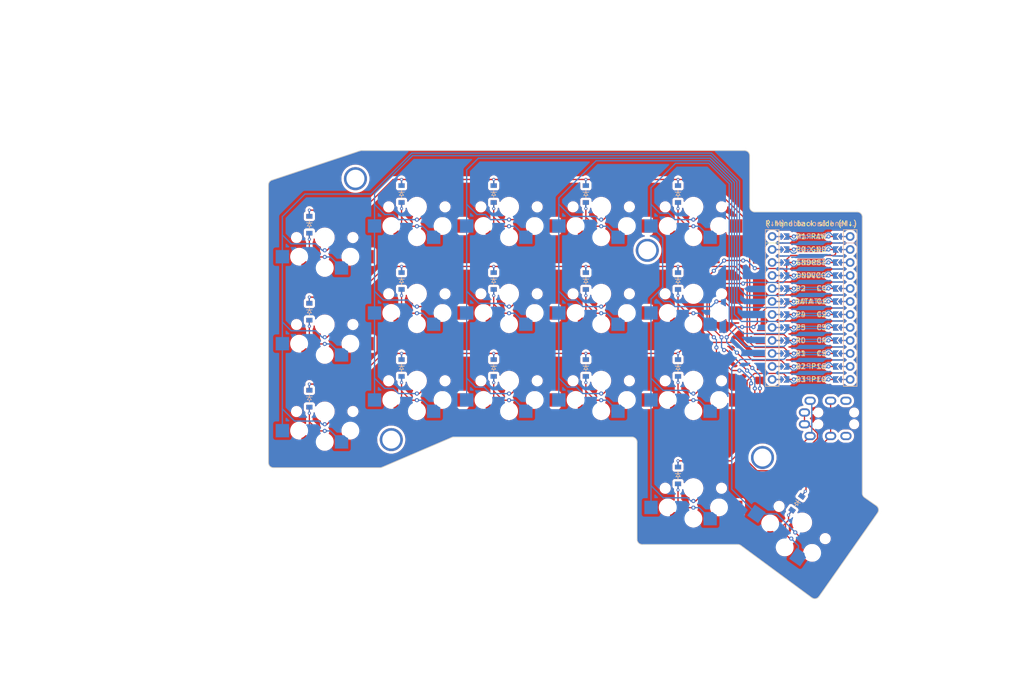
<source format=kicad_pcb>
(kicad_pcb (version 20241229) (generator "pcbnew") (generator_version "9.0")
  (title_block (title "dofeKeyboard_main") (rev "v1.0.0") (company "Unknown"))
  (layers (0 "F.Cu" signal) (2 "B.Cu" signal) (13 "F.Paste" user) (15 "B.Paste" user) (5 "F.SilkS" user) (7 "B.SilkS" user) (1 "F.Mask" user) (3 "B.Mask" user) (25 "Edge.Cuts" user))
  (net 0 "")
  (net 1 "pinky_bottom")
  (net 2 "C0")
  (net 3 "pinky_home")
  (net 4 "pinky_top")
  (net 5 "ring_bottom")
  (net 6 "C1")
  (net 7 "ring_home")
  (net 8 "ring_top")
  (net 9 "middle_bottom")
  (net 10 "C2")
  (net 11 "middle_home")
  (net 12 "middle_top")
  (net 13 "index_bottom")
  (net 14 "C3")
  (net 15 "index_home")
  (net 16 "index_top")
  (net 17 "inner_bottom")
  (net 18 "C4")
  (net 19 "inner_home")
  (net 20 "inner_top")
  (net 21 "left_cluster")
  (net 22 "right_cluster")
  (net 23 "C5")
  (net 24 "R2")
  (net 25 "R1")
  (net 26 "R0")
  (net 27 "R3")
  (net 28 "VCC")
  (net 29 "DATA")
  (net 30 "GND")
  (net 31 "RAW")
  (net 32 "RST")
  (net 33 "P16")
  (net 34 "P10")
  (net 35 "P1")
  (net 36 "P0")
  (net 37 "P2")
  (net 38 "P4")
  (net 39 "P5")
  (net 40 "MCU1_24")
  (net 41 "MCU1_1")
  (net 42 "MCU1_23")
  (net 43 "MCU1_2")
  (net 44 "MCU1_22")
  (net 45 "MCU1_3")
  (net 46 "MCU1_21")
  (net 47 "MCU1_4")
  (net 48 "MCU1_20")
  (net 49 "MCU1_5")
  (net 50 "MCU1_19")
  (net 51 "MCU1_6")
  (net 52 "MCU1_18")
  (net 53 "MCU1_7")
  (net 54 "MCU1_17")
  (net 55 "MCU1_8")
  (net 56 "MCU1_16")
  (net 57 "MCU1_9")
  (net 58 "MCU1_15")
  (net 59 "MCU1_10")
  (net 60 "MCU1_14")
  (net 61 "MCU1_11")
  (net 62 "MCU1_13")
  (net 63 "MCU1_12")
  (footprint "TRRS-PJ-320A-dual" (layer "F.Cu") (at 268.425 151.925 -90)
    (property "Reference" "TRRS1")
    (property "Value" "TRRS-PJ-320A-dual")
  )
  (footprint "PG1350" (layer "F.Cu") (at 256.672768 171.124396 145)
    (property "Reference" "S17" (hide yes))
    (property "Value" "" (hide yes))
  )
  (footprint "PG1350" (layer "F.Cu") (at 235.425 143.425 180)
    (property "Reference" "S13" (hide yes))
    (property "Value" "" (hide yes))
  )
  (footprint "ceoloide:diode_tht_sod123" (layer "F.Cu") (at 178.425 106.925 -90)
    (property "Reference" "D6" (hide yes))
    (property "Value" "")
  )
  (footprint "PG1350" (layer "F.Cu") (at 163.425 115.425 180)
    (property "Reference" "S3" (hide yes))
    (property "Value" "" (hide yes))
  )
  (footprint "ceoloide:diode_tht_sod123" (layer "F.Cu") (at 196.425 123.925 -90)
    (property "Reference" "D8" (hide yes))
    (property "Value" "")
  )
  (footprint "ceoloide:mounting_hole_plated" (layer "F.Cu") (at 176.425 154.925)
    (property "Reference" "H2" (hide yes))
    (property "Value" "")
  )
  (footprint "ceoloide:diode_tht_sod123" (layer "F.Cu") (at 160.425 146.925 -90)
    (property "Reference" "D1" (hide yes))
    (property "Value" "")
  )
  (footprint "PG1350" (layer "F.Cu") (at 235.425 109.425 180)
    (property "Reference" "S15" (hide yes))
    (property "Value" "" (hide yes))
  )
  (footprint "ceoloide:diode_tht_sod123" (layer "F.Cu") (at 214.425 106.925 -90)
    (property "Reference" "D12" (hide yes))
    (property "Value" "")
  )
  (footprint "PG1350" (layer "F.Cu") (at 199.425 143.425 180)
    (property "Reference" "S7" (hide yes))
    (property "Value" "" (hide yes))
  )
  (footprint "ceoloide:mounting_hole_plated" (layer "F.Cu") (at 226.425 117.925)
    (property "Reference" "H4" (hide yes))
    (property "Value" "")
  )
  (footprint "PG1350" (layer "F.Cu") (at 235.425 164.425 180)
    (property "Reference" "S16" (hide yes))
    (property "Value" "" (hide yes))
  )
  (footprint "PG1350" (layer "F.Cu") (at 181.425 126.425 180)
    (property "Reference" "S5" (hide yes))
    (property "Value" "" (hide yes))
  )
  (footprint "ceoloide:mounting_hole_plated" (layer "F.Cu") (at 248.925 158.425)
    (property "Reference" "H3" (hide yes))
    (property "Value" "")
  )
  (footprint "ceoloide:mounting_hole_plated" (layer "F.Cu") (at 169.425 103.925)
    (property "Reference" "H1" (hide yes))
    (property "Value" "")
  )
  (footprint "ceoloide:diode_tht_sod123" (layer "F.Cu") (at 214.425 123.925 -90)
    (property "Reference" "D11" (hide yes))
    (property "Value" "")
  )
  (footprint "PG1350" (layer "F.Cu") (at 181.425 143.425 180)
    (property "Reference" "S4" (hide yes))
    (property "Value" "" (hide yes))
  )
  (footprint "ceoloide:diode_tht_sod123" (layer "F.Cu") (at 196.425 140.925 -90)
    (property "Reference" "D7" (hide yes))
    (property "Value" "")
  )
  (footprint "ceoloide:diode_tht_sod123" (layer "F.Cu") (at 160.425 112.925 -90)
    (property "Reference" "D3" (hide yes))
    (property "Value" "")
  )
  (footprint "ceoloide:diode_tht_sod123" (layer "F.Cu") (at 160.425 129.925 -90)
    (property "Reference" "D2" (hide yes))
    (property "Value" "")
  )
  (footprint "ceoloide:mcu_supermini_nrf52840" (layer "F.Cu") (at 258.425 127.925)
    (property "Reference" "MCU1" (hide yes))
    (property "Value" "")
  )
  (footprint "ceoloide:diode_tht_sod123" (layer "F.Cu") (at 232.425 140.925 -90)
    (property "Reference" "D13" (hide yes))
    (property "Value" "")
  )
  (footprint "ceoloide:diode_tht_sod123" (layer "F.Cu") (at 178.425 140.925 -90)
    (property "Reference" "D4" (hide yes))
    (property "Value" "")
  )
  (footprint "PG1350" (layer "F.Cu") (at 217.425 126.425 180)
    (property "Reference" "S11" (hide yes))
    (property "Value" "" (hide yes))
  )
  (footprint "PG1350" (layer "F.Cu") (at 199.425 126.425 180)
    (property "Reference" "S8" (hide yes))
    (property "Value" "" (hide yes))
  )
  (footprint "ceoloide:diode_tht_sod123" (layer "F.Cu") (at 232.425 106.925 -90)
    (property "Reference" "D15" (hide yes))
    (property "Value" "")
  )
  (footprint "ceoloide:diode_tht_sod123" (layer "F.Cu") (at 178.425 123.925 -90)
    (property "Reference" "D5" (hide yes))
    (property "Value" "")
  )
  (footprint "ceoloide:diode_tht_sod123" (layer "F.Cu") (at 214.425 140.925 -90)
    (property "Reference" "D10" (hide yes))
    (property "Value" "")
  )
  (footprint "PG1350" (layer "F.Cu") (at 199.425 109.425 180)
    (property "Reference" "S9" (hide yes))
    (property "Value" "" (hide yes))
  )
  (footprint "ceoloide:diode_tht_sod123" (layer "F.Cu") (at 255.649253 167.355786 -125)
    (property "Reference" "D17" (hide yes))
    (property "Value" "")
  )
  (footprint "ceoloide:diode_tht_sod123" (layer "F.Cu") (at 196.425 106.925 -90)
    (property "Reference" "D9" (hide yes))
    (property "Value" "")
  )
  (footprint "PG1350" (layer "F.Cu") (at 217.425 143.425 180)
    (property "Reference" "S10" (hide yes))
    (property "Value" "" (hide yes))
  )
  (footprint "PG1350" (layer "F.Cu") (at 235.425 126.425 180)
    (property "Reference" "S14" (hide yes))
    (property "Value" "" (hide yes))
  )
  (footprint "PG1350" (layer "F.Cu") (at 163.425 149.425 180)
    (property "Reference" "S1" (hide yes))
    (property "Value" "" (hide yes))
  )
  (footprint "ceoloide:diode_tht_sod123" (layer "F.Cu") (at 232.425 123.925 -90)
    (property "Reference" "D14" (hide yes))
    (property "Value" "")
  )
  (footprint "PG1350" (layer "F.Cu") (at 217.425 109.425 180)
    (property "Reference" "S12" (hide yes))
    (property "Value" "" (hide yes))
  )
  (footprint "PG1350" (layer "F.Cu") (at 163.425 132.425 180)
    (property "Reference" "S2" (hide yes))
    (property "Value" "" (hide yes))
  )
  (footprint "PG1350" (layer "F.Cu") (at 181.425 109.425 180)
    (property "Reference" "S6" (hide yes))
    (property "Value" "" (hide yes))
  )
  (footprint "ceoloide:diode_tht_sod123" (layer "F.Cu") (at 232.425 161.925 -90)
    (property "Reference" "D16" (hide yes))
    (property "Value" "")
  )
  (gr_arc (start 170.27105 98.476317) (mid 170.427096 98.437913) (end 170.587278 98.425) (stroke (width 0.15)) (layer "Edge.Cuts"))
  (gr_line (start 267.425 110.425) (end 247.425 110.425) (stroke (width 0.15)) (layer "Edge.Cuts"))
  (gr_arc (start 245.425 98.425) (mid 246.132107 98.717893) (end 246.425 99.425) (stroke (width 0.15)) (layer "Edge.Cuts"))
  (gr_arc (start 259.961813 185.605066) (mid 259.304309 186.018338) (end 258.549314 185.836435) (stroke (width 0.15)) (layer "Edge.Cuts"))
  (gr_line (start 153.108772 104.197076) (end 170.27105 98.476317) (stroke (width 0.15)) (layer "Edge.Cuts"))
  (gr_arc (start 223.425 154.425) (mid 224.132107 154.717893) (end 224.425 155.425) (stroke (width 0.15)) (layer "Edge.Cuts"))
  (gr_line (start 224.425 174.425) (end 224.425 155.425) (stroke (width 0.15)) (layer "Edge.Cuts"))
  (gr_line (start 188.236338 154.505855) (end 174.613662 160.344145) (stroke (width 0.15)) (layer "Edge.Cuts"))
  (gr_arc (start 225.425 175.425) (mid 224.717893 175.132107) (end 224.425 174.425) (stroke (width 0.15)) (layer "Edge.Cuts"))
  (gr_line (start 271.419205 169.242216) (end 259.961814 185.605066) (stroke (width 0.15)) (layer "Edge.Cuts"))
  (gr_line (start 170.587278 98.425) (end 245.425 98.425) (stroke (width 0.15)) (layer "Edge.Cuts"))
  (gr_line (start 258.549314 185.836435) (end 244.689614 175.620054) (stroke (width 0.15)) (layer "Edge.Cuts"))
  (gr_line (start 244.096265 175.425) (end 225.425 175.425) (stroke (width 0.15)) (layer "Edge.Cuts"))
  (gr_arc (start 247.425 110.425) (mid 246.717893 110.132107) (end 246.425 109.425) (stroke (width 0.15)) (layer "Edge.Cuts"))
  (gr_line (start 152.425 159.425) (end 152.425 105.145759) (stroke (width 0.15)) (layer "Edge.Cuts"))
  (gr_line (start 268.425 165.404309) (end 268.425 111.425) (stroke (width 0.15)) (layer "Edge.Cuts"))
  (gr_line (start 246.425 99.425) (end 246.425 109.425) (stroke (width 0.15)) (layer "Edge.Cuts"))
  (gr_arc (start 174.613661 160.344145) (mid 174.420808 160.404578) (end 174.219742 160.425) (stroke (width 0.15)) (layer "Edge.Cuts"))
  (gr_line (start 174.219742 160.425) (end 153.425 160.425) (stroke (width 0.15)) (layer "Edge.Cuts"))
  (gr_arc (start 271.17363 167.849487) (mid 271.584861 168.494991) (end 271.419205 169.242216) (stroke (width 0.15)) (layer "Edge.Cuts"))
  (gr_arc (start 268.851424 166.223461) (mid 268.537989 165.866058) (end 268.425 165.404309) (stroke (width 0.15)) (layer "Edge.Cuts"))
  (gr_arc (start 152.425 105.145759) (mid 152.613758 104.561049) (end 153.108772 104.197076) (stroke (width 0.15)) (layer "Edge.Cuts"))
  (gr_arc (start 153.425 160.425) (mid 152.717893 160.132107) (end 152.425 159.425) (stroke (width 0.15)) (layer "Edge.Cuts"))
  (gr_arc (start 267.425 110.425) (mid 268.132107 110.717893) (end 268.425 111.425) (stroke (width 0.15)) (layer "Edge.Cuts"))
  (gr_arc (start 244.096265 175.424999) (mid 244.408559 175.475013) (end 244.689614 175.620054) (stroke (width 0.15)) (layer "Edge.Cuts"))
  (gr_arc (start 188.236339 154.505855) (mid 188.429192 154.445422) (end 188.630258 154.425) (stroke (width 0.15)) (layer "Edge.Cuts"))
  (gr_line (start 268.851424 166.223461) (end 271.173629 167.849487) (stroke (width 0.15)) (layer "Edge.Cuts"))
  (gr_line (start 223.425 154.425) (end 188.630258 154.425) (stroke (width 0.15)) (layer "Edge.Cuts"))
  (segment (start 160.425 155.1) (end 160.425 151.425) (width 0.25) (layer "F.Cu") (net 1))
  (segment (start 160.425 151.425) (end 160.425 149.775) (width 0.25) (layer "F.Cu") (net 1))
  (segment (start 163.425 153.225) (end 162.225 153.225) (width 0.25) (layer "F.Cu") (net 1))
  (segment (start 160.15 155.375) (end 160.425 155.1) (width 0.25) (layer "F.Cu") (net 1))
  (segment (start 160.425 148.575) (end 160.425 149.775) (width 0.25) (layer "F.Cu") (net 1))
  (segment (start 162.225 153.225) (end 160.425 151.425) (width 0.25) (layer "F.Cu") (net 1))
  (via (at 160.425 149.775) (size 0.6) (drill 0.3) (layers "F.Cu" "B.Cu") (net 1))
  (via (at 163.425 153.225) (size 0.8) (drill 0.4) (layers "F.Cu" "B.Cu") (net 1))
  (segment (start 166.7 155.375) (end 164.55 153.225) (width 0.25) (layer "B.Cu") (net 1))
  (segment (start 160.425 149.775) (end 160.425 148.575) (width 0.25) (layer "B.Cu") (net 1))
  (segment (start 164.55 153.225) (end 163.425 153.225) (width 0.25) (layer "B.Cu") (net 1))
  (segment (start 164.507413 117.299) (end 163.881413 117.925) (width 0.25) (layer "F.Cu") (net 2))
  (segment (start 169.824 134.299) (end 164.507413 134.299) (width 0.25) (layer "F.Cu") (net 2))
  (segment (start 263.2 125.385) (end 261.825 125.385) (width 0.25) (layer "F.Cu") (net 2))
  (segment (start 163.881413 151.925) (end 163.425 151.925) (width 0.25) (layer "F.Cu") (net 2))
  (segment (start 169.824 151.299) (end 164.507413 151.299) (width 0.25) (layer "F.Cu") (net 2))
  (segment (start 169.824 117.299) (end 164.507413 117.299) (width 0.25) (layer "F.Cu") (net 2))
  (segment (start 163.881413 117.925) (end 163.425 117.925) (width 0.25) (layer "F.Cu") (net 2))
  (segment (start 163.881413 134.925) (end 163.425 134.925) (width 0.25) (layer "F.Cu") (net 2))
  (segment (start 171.7 119.175) (end 169.824 117.299) (width 0.25) (layer "F.Cu") (net 2))
  (segment (start 171.7 136.175) (end 169.824 134.299) (width 0.25) (layer "F.Cu") (net 2))
  (segment (start 164.507413 134.299) (end 163.881413 134.925) (width 0.25) (layer "F.Cu") (net 2))
  (segment (start 171.7 153.175) (end 169.824 151.299) (width 0.25) (layer "F.Cu") (net 2))
  (segment (start 164.507413 151.299) (end 163.881413 151.925) (width 0.25) (layer "F.Cu") (net 2))
  (via (at 163.425 117.925) (size 0.8) (drill 0.4) (layers "F.Cu" "B.Cu") (net 2))
  (via (at 163.425 134.925) (size 0.8) (drill 0.4) (layers "F.Cu" "B.Cu") (net 2))
  (via (at 163.425 151.925) (size 0.8) (drill 0.4) (layers "F.Cu" "B.Cu") (net 2))
  (segment (start 155.15 114.925) (end 155.15 111.335618) (width 0.25) (layer "B.Cu") (net 2))
  (segment (start 163.425 117.925) (end 162.925 117.925) (width 0.25) (layer "B.Cu") (net 2))
  (segment (start 255.325305 126.11) (end 255.820305 125.615) (width 0.25) (layer "B.Cu") (net 2))
  (segment (start 163.425 134.925) (end 162.925 134.925) (width 0.25) (layer "B.Cu") (net 2))
  (segment (start 245.749 126.749) (end 253.101 126.749) (width 0.25) (layer "B.Cu") (net 2))
  (segment (start 180.425 98.925) (end 238.97624 98.925) (width 0.25) (layer "B.Cu") (net 2))
  (segment (start 172.425 106.925) (end 180.425 98.925) (width 0.25) (layer "B.Cu") (net 2))
  (segment (start 162.299 151.299) (end 157.524 151.299) (width 0.25) (layer "B.Cu") (net 2))
  (segment (start 253.101 126.749) (end 253.65 126.2) (width 0.25) (layer "B.Cu") (net 2))
  (segment (start 162.925 134.925) (end 161.6519 133.6519) (width 0.25) (layer "B.Cu") (net 2))
  (segment (start 155.15 131.925) (end 155.15 119.175) (width 0.25) (layer "B.Cu") (net 2))
  (segment (start 161.6519 133.6519) (end 156.8769 133.6519) (width 0.25) (layer "B.Cu") (net 2))
  (segment (start 238.97624 98.925) (end 244.425 104.37376) (width 0.25) (layer "B.Cu") (net 2))
  (segment (start 157.524 151.299) (end 155.15 148.925) (width 0.25) (layer "B.Cu") (net 2))
  (segment (start 253.65 126.2) (end 253.65 125.385) (width 0.25) (layer "B.Cu") (net 2))
  (segment (start 253.999695 125.385) (end 254.724695 126.11) (width 0.25) (layer "B.Cu") (net 2))
  (segment (start 163.425 151.925) (end 162.925 151.925) (width 0.25) (layer "B.Cu") (net 2))
  (segment (start 162.925 117.925) (end 161.6519 116.6519) (width 0.25) (layer "B.Cu") (net 2))
  (segment (start 162.925 151.925) (end 162.299 151.299) (width 0.25) (layer "B.Cu") (net 2))
  (segment (start 155.15 111.335618) (end 159.560618 106.925) (width 0.25) (layer "B.Cu") (net 2))
  (segment (start 254.724695 126.11) (end 255.325305 126.11) (width 0.25) (layer "B.Cu") (net 2))
  (segment (start 155.15 148.925) (end 155.15 136.175) (width 0.25) (layer "B.Cu") (net 2))
  (segment (start 156.8769 116.6519) (end 155.15 114.925) (width 0.25) (layer "B.Cu") (net 2))
  (segment (start 244.425 104.37376) (end 244.425 125.425) (width 0.25) (layer "B.Cu") (net 2))
  (segment (start 159.560618 106.925) (end 172.425 106.925) (width 0.25) (layer "B.Cu") (net 2))
  (segment (start 155.15 136.175) (end 155.15 131.925) (width 0.25) (layer "B.Cu") (net 2))
  (segment (start 155.15 119.175) (end 155.15 114.925) (width 0.25) (layer "B.Cu") (net 2))
  (segment (start 156.8769 133.6519) (end 155.15 131.925) (width 0.25) (layer "B.Cu") (net 2))
  (segment (start 255.820305 125.615) (end 261.595 125.615) (width 0.25) (layer "B.Cu") (net 2))
  (segment (start 161.6519 116.6519) (end 156.8769 116.6519) (width 0.25) (layer "B.Cu") (net 2))
  (segment (start 244.425 125.425) (end 245.749 126.749) (width 0.25) (layer "B.Cu") (net 2))
  (segment (start 155.15 153.175) (end 155.15 148.925) (width 0.25) (layer "B.Cu") (net 2))
  (segment (start 253.65 125.385) (end 253.999695 125.385) (width 0.25) (layer "B.Cu") (net 2))
  (segment (start 160.15 138.375) (end 160.425 138.1) (width 0.25) (layer "F.Cu") (net 3))
  (segment (start 160.425 134.425) (end 160.425 132.775) (width 0.25) (layer "F.Cu") (net 3))
  (segment (start 160.425 131.575) (end 160.425 132.775) (width 0.25) (layer "F.Cu") (net 3))
  (segment (start 160.425 138.1) (end 160.425 134.425) (width 0.25) (layer "F.Cu") (net 3))
  (segment (start 162.225 136.225) (end 160.425 134.425) (width 0.25) (layer "F.Cu") (net 3))
  (segment (start 163.425 136.225) (end 162.225 136.225) (width 0.25) (layer "F.Cu") (net 3))
  (via (at 163.425 136.225) (size 0.8) (drill 0.4) (layers "F.Cu" "B.Cu") (net 3))
  (via (at 160.425 132.775) (size 0.6) (drill 0.3) (layers "F.Cu" "B.Cu") (net 3))
  (segment (start 166.7 138.375) (end 164.55 136.225) (width 0.25) (layer "B.Cu") (net 3))
  (segment (start 164.55 136.225) (end 163.425 136.225) (width 0.25) (layer "B.Cu") (net 3))
  (segment (start 160.425 132.775) (end 160.425 131.575) (width 0.25) (layer "B.Cu") (net 3))
  (segment (start 160.425 121.1) (end 160.425 117.425) (width 0.25) (layer "F.Cu") (net 4))
  (segment (start 160.425 117.425) (end 160.425 115.775) (width 0.25) (layer "F.Cu") (net 4))
  (segment (start 163.425 119.225) (end 162.225 119.225) (width 0.25) (layer "F.Cu") (net 4))
  (segment (start 160.425 114.575) (end 160.425 115.775) (width 0.25) (layer "F.Cu") (net 4))
  (segment (start 162.225 119.225) (end 160.425 117.425) (width 0.25) (layer "F.Cu") (net 4))
  (segment (start 160.15 121.375) (end 160.425 121.1) (width 0.25) (layer "F.Cu") (net 4))
  (via (at 163.425 119.225) (size 0.8) (drill 0.4) (layers "F.Cu" "B.Cu") (net 4))
  (via (at 160.425 115.775) (size 0.6) (drill 0.3) (layers "F.Cu" "B.Cu") (net 4))
  (segment (start 166.7 121.375) (end 164.55 119.225) (width 0.25) (layer "B.Cu") (net 4))
  (segment (start 160.425 115.775) (end 160.425 114.575) (width 0.25) (layer "B.Cu") (net 4))
  (segment (start 164.55 119.225) (end 163.425 119.225) (width 0.25) (layer "B.Cu") (net 4))
  (segment (start 178.425 142.575) (end 178.425 143.775) (width 0.25) (layer "F.Cu") (net 5))
  (segment (start 178.425 145.425) (end 178.425 143.775) (width 0.25) (layer "F.Cu") (net 5))
  (segment (start 181.425 147.225) (end 180.225 147.225) (width 0.25) (layer "F.Cu") (net 5))
  (segment (start 180.225 147.225) (end 178.425 145.425) (width 0.25) (layer "F.Cu") (net 5))
  (segment (start 178.15 149.375) (end 178.425 149.1) (width 0.25) (layer "F.Cu") (net 5))
  (segment (start 178.425 149.1) (end 178.425 145.425) (width 0.25) (layer "F.Cu") (net 5))
  (via (at 181.425 147.225) (size 0.8) (drill 0.4) (layers "F.Cu" "B.Cu") (net 5))
  (via (at 178.425 143.775) (size 0.6) (drill 0.3) (layers "F.Cu" "B.Cu") (net 5))
  (segment (start 178.425 143.775) (end 178.425 142.575) (width 0.25) (layer "B.Cu") (net 5))
  (segment (start 184.7 149.375) (end 182.55 147.225) (width 0.25) (layer "B.Cu") (net 5))
  (segment (start 182.55 147.225) (end 181.425 147.225) (width 0.25) (layer "B.Cu") (net 5))
  (segment (start 185.021935 128.925) (end 181.425 128.925) (width 0.25) (layer "F.Cu") (net 6))
  (segment (start 189.7 113.175) (end 187.824 111.299) (width 0.25) (layer "F.Cu") (net 6))
  (segment (start 182.507413 145.299) (end 181.881413 145.925) (width 0.25) (layer "F.Cu") (net 6))
  (segment (start 187.824 111.299) (end 182.507413 111.299) (width 0.25) (layer "F.Cu") (net 6))
  (segment (start 263.2 127.925) (end 261.825 127.925) (width 0.25) (layer "F.Cu") (net 6))
  (segment (start 181.881413 145.925) (end 181.425 145.925) (width 0.25) (layer "F.Cu") (net 6))
  (segment (start 185.647935 128.299) (end 185.021935 128.925) (width 0.25) (layer "F.Cu") (net 6))
  (segment (start 187.824 145.299) (end 182.507413 145.299) (width 0.25) (layer "F.Cu") (net 6))
  (segment (start 189.7 147.175) (end 187.824 145.299) (width 0.25) (layer "F.Cu") (net 6))
  (segment (start 182.507413 111.299) (end 181.881413 111.925) (width 0.25) (layer "F.Cu") (net 6))
  (segment (start 187.824 128.299) (end 185.647935 128.299) (width 0.25) (layer "F.Cu") (net 6))
  (segment (start 181.881413 111.925) (end 181.425 111.925) (width 0.25) (layer "F.Cu") (net 6))
  (segment (start 189.7 130.175) (end 187.824 128.299) (width 0.25) (layer "F.Cu") (net 6))
  (via (at 181.425 111.925) (size 0.8) (drill 0.4) (layers "F.Cu" "B.Cu") (net 6))
  (via (at 181.425 128.925) (size 0.8) (drill 0.4) (layers "F.Cu" "B.Cu") (net 6))
  (via (at 181.425 145.925) (size 0.8) (drill 0.4) (layers "F.Cu" "B.Cu") (net 6))
  (segment (start 180.56281 99.425) (end 238.83843 99.425) (width 0.25) (layer "B.Cu") (net 6))
  (segment (start 175.15 144.925) (end 173.15 142.925) (width 0.25) (layer "B.Cu") (net 6))
  (segment (start 173.15 108.925) (end 173.15 106.83781) (width 0.25) (layer "B.Cu") (net 6))
  (segment (start 177.828065 145.925) (end 176.828065 144.925) (width 0.25) (layer "B.Cu") (net 6))
  (segment (start 245.101 129.101) (end 253.249 129.101) (width 0.25) (layer "B.Cu") (net 6))
  (segment (start 176.828065 144.925) (end 175.15 144.925) (width 0.25) (layer "B.Cu") (net 6))
  (segment (start 254.724695 128.65) (end 255.325305 128.65) (width 0.25) (layer "B.Cu") (net 6))
  (segment (start 177.828065 111.925) (end 176.828065 110.925) (width 0.25) (layer "B.Cu") (net 6))
  (segment (start 255.325305 128.65) (end 255.820305 128.155) (width 0.25) (layer "B.Cu") (net 6))
  (segment (start 253.65 127.925) (end 253.999695 127.925) (width 0.25) (layer "B.Cu") (net 6))
  (segment (start 176.828065 110.925) (end 175.15 110.925) (width 0.25) (layer "B.Cu") (net 6))
  (segment (start 253.999695 127.925) (end 254.724695 128.65) (width 0.25) (layer "B.Cu") (net 6))
  (segment (start 173.15 130.175) (end 173.15 142.925) (width 0.25) (layer "B.Cu") (net 6))
  (segment (start 181.425 111.925) (end 177.828065 111.925) (width 0.25) (layer "B.Cu") (net 6))
  (segment (start 253.249 129.101) (end 253.65 128.7) (width 0.25) (layer "B.Cu") (net 6))
  (segment (start 174.8769 127.6519) (end 173.15 125.925) (width 0.25) (layer "B.Cu") (net 6))
  (segment (start 243.925 127.925) (end 245.101 129.101) (width 0.25) (layer "B.Cu") (net 6))
  (segment (start 181.425 128.925) (end 180.925 128.925) (width 0.25) (layer "B.Cu") (net 6))
  (segment (start 175.15 110.925) (end 173.15 108.925) (width 0.25) (layer "B.Cu") (net 6))
  (segment (start 173.15 113.175) (end 173.15 125.925) (width 0.25) (layer "B.Cu") (net 6))
  (segment (start 253.65 128.7) (end 253.65 127.925) (width 0.25) (layer "B.Cu") (net 6))
  (segment (start 173.15 142.925) (end 173.15 147.175) (width 0.25) (layer "B.Cu") (net 6))
  (segment (start 179.6519 127.6519) (end 174.8769 127.6519) (width 0.25) (layer "B.Cu") (net 6))
  (segment (start 181.425 145.925) (end 177.828065 145.925) (width 0.25) (layer "B.Cu") (net 6))
  (segment (start 238.83843 99.425) (end 243.925 104.51157) (width 0.25) (layer "B.Cu") (net 6))
  (segment (start 173.15 113.175) (end 173.15 108.925) (width 0.25) (layer "B.Cu") (net 6))
  (segment (start 173.15 106.83781) (end 180.56281 99.425) (width 0.25) (layer "B.Cu") (net 6))
  (segment (start 180.925 128.925) (end 179.6519 127.6519) (width 0.25) (layer "B.Cu") (net 6))
  (segment (start 173.15 125.925) (end 173.15 130.175) (width 0.25) (layer "B.Cu") (net 6))
  (segment (start 243.925 104.51157) (end 243.925 127.925) (width 0.25) (layer "B.Cu") (net 6))
  (segment (start 255.820305 128.155) (end 261.595 128.155) (width 0.25) (layer "B.Cu") (net 6))
  (segment (start 178.425 128.425) (end 178.425 126.775) (width 0.25) (layer "F.Cu") (net 7))
  (segment (start 180.225 130.225) (end 178.425 128.425) (width 0.25) (layer "F.Cu") (net 7))
  (segment (start 178.425 132.1) (end 178.425 128.425) (width 0.25) (layer "F.Cu") (net 7))
  (segment (start 178.15 132.375) (end 178.425 132.1) (width 0.25) (layer "F.Cu") (net 7))
  (segment (start 178.425 125.575) (end 178.425 126.775) (width 0.25) (layer "F.Cu") (net 7))
  (segment (start 181.425 130.225) (end 180.225 130.225) (width 0.25) (layer "F.Cu") (net 7))
  (via (at 178.425 126.775) (size 0.6) (drill 0.3) (layers "F.Cu" "B.Cu") (net 7))
  (via (at 181.425 130.225) (size 0.8) (drill 0.4) (layers "F.Cu" "B.Cu") (net 7))
  (segment (start 184.7 132.375) (end 182.55 130.225) (width 0.25) (layer "B.Cu") (net 7))
  (segment (start 178.425 126.775) (end 178.425 125.575) (width 0.25) (layer "B.Cu") (net 7))
  (segment (start 182.55 130.225) (end 181.425 130.225) (width 0.25) (layer "B.Cu") (net 7))
  (segment (start 178.425 111.425) (end 178.425 109.775) (width 0.25) (layer "F.Cu") (net 8))
  (segment (start 180.225 113.225) (end 178.425 111.425) (width 0.25) (layer "F.Cu") (net 8))
  (segment (start 178.425 115.1) (end 178.425 111.425) (width 0.25) (layer "F.Cu") (net 8))
  (segment (start 181.425 113.225) (end 180.225 113.225) (width 0.25) (layer "F.Cu") (net 8))
  (segment (start 178.425 108.575) (end 178.425 109.775) (width 0.25) (layer "F.Cu") (net 8))
  (segment (start 178.15 115.375) (end 178.425 115.1) (width 0.25) (layer "F.Cu") (net 8))
  (via (at 181.425 113.225) (size 0.8) (drill 0.4) (layers "F.Cu" "B.Cu") (net 8))
  (via (at 178.425 109.775) (size 0.6) (drill 0.3) (layers "F.Cu" "B.Cu") (net 8))
  (segment (start 184.7 115.375) (end 182.55 113.225) (width 0.25) (layer "B.Cu") (net 8))
  (segment (start 182.55 113.225) (end 181.425 113.225) (width 0.25) (layer "B.Cu") (net 8))
  (segment (start 178.425 109.775) (end 178.425 108.575) (width 0.25) (layer "B.Cu") (net 8))
  (segment (start 199.425 147.225) (end 198.225 147.225) (width 0.25) (layer "F.Cu") (net 9))
  (segment (start 198.225 147.225) (end 196.425 145.425) (width 0.25) (layer "F.Cu") (net 9))
  (segment (start 196.425 149.1) (end 196.425 145.425) (width 0.25) (layer "F.Cu") (net 9))
  (segment (start 196.15 149.375) (end 196.425 149.1) (width 0.25) (layer "F.Cu") (net 9))
  (segment (start 196.425 142.575) (end 196.425 143.775) (width 0.25) (layer "F.Cu") (net 9))
  (segment (start 196.425 145.425) (end 196.425 143.775) (width 0.25) (layer "F.Cu") (net 9))
  (via (at 199.425 147.225) (size 0.8) (drill 0.4) (layers "F.Cu" "B.Cu") (net 9))
  (via (at 196.425 143.775) (size 0.6) (drill 0.3) (layers "F.Cu" "B.Cu") (net 9))
  (segment (start 200.55 147.225) (end 199.425 147.225) (width 0.25) (layer "B.Cu") (net 9))
  (segment (start 202.7 149.375) (end 200.55 147.225) (width 0.25) (layer "B.Cu") (net 9))
  (segment (start 196.425 143.775) (end 196.425 142.575) (width 0.25) (layer "B.Cu") (net 9))
  (segment (start 205.824 128.299) (end 200.507413 128.299) (width 0.25) (layer "F.Cu") (net 10))
  (segment (start 203.021935 111.925) (end 199.425 111.925) (width 0.25) (layer "F.Cu") (net 10))
  (segment (start 200.507413 145.299) (end 199.881413 145.925) (width 0.25) (layer "F.Cu") (net 10))
  (segment (start 199.881413 145.925) (end 199.425 145.925) (width 0.25) (layer "F.Cu") (net 10))
  (segment (start 263.2 130.465) (end 261.825 130.465) (width 0.25) (layer "F.Cu") (net 10))
  (segment (start 207.7 130.175) (end 205.824 128.299) (width 0.25) (layer "F.Cu") (net 10))
  (segment (start 205.824 111.299) (end 203.647935 111.299) (width 0.25) (layer "F.Cu") (net 10))
  (segment (start 207.7 147.175) (end 205.824 145.299) (width 0.25) (layer "F.Cu") (net 10))
  (segment (start 200.507413 128.299) (end 199.881413 128.925) (width 0.25) (layer "F.Cu") (net 10))
  (segment (start 207.7 113.175) (end 205.824 111.299) (width 0.25) (layer "F.Cu") (net 10))
  (segment (start 199.881413 128.925) (end 199.425 128.925) (width 0.25) (layer "F.Cu") (net 10))
  (segment (start 205.824 145.299) (end 200.507413 145.299) (width 0.25) (layer "F.Cu") (net 10))
  (segment (start 203.647935 111.299) (end 203.021935 111.925) (width 0.25) (layer "F.Cu") (net 10))
  (via (at 199.425 128.925) (size 0.8) (drill 0.4) (layers "F.Cu" "B.Cu") (net 10))
  (via (at 199.425 111.925) (size 0.8) (drill 0.4) (layers "F.Cu" "B.Cu") (net 10))
  (via (at 199.425 145.925) (size 0.8) (drill 0.4) (layers "F.Cu" "B.Cu") (net 10))
  (segment (start 191.15 102.2) (end 193.425 99.925) (width 0.25) (layer "B.Cu") (net 10))
  (segment (start 253.65 130.465) (end 253.999695 130.465) (width 0.25) (layer "B.Cu") (net 10))
  (segment (start 191.15 147.175) (end 191.15 142.925) (width 0.25) (layer "B.Cu") (net 10))
  (segment (start 255.325305 131.19) (end 255.820305 130.695) (width 0.25) (layer "B.Cu") (net 10))
  (segment (start 193.425 99.925) (end 238.70062 99.925) (width 0.25) (layer "B.Cu") (net 10))
  (segment (start 199.425 145.925) (end 195.828065 145.925) (width 0.25) (layer "B.Cu") (net 10))
  (segment (start 191.15 142.925) (end 191.15 130.175) (width 0.25) (layer "B.Cu") (net 10))
  (segment (start 243.425 104.64938) (end 243.425 130.425) (width 0.25) (layer "B.Cu") (net 10))
  (segment (start 199.425 111.925) (end 195.828065 111.925) (width 0.25) (layer "B.Cu") (net 10))
  (segment (start 243.425 130.425) (end 244.829 131.829) (width 0.25) (layer "B.Cu") (net 10))
  (segment (start 193.524 128.299) (end 191.15 125.925) (width 0.25) (layer "B.Cu") (net 10))
  (segment (start 253.999695 130.465) (end 254.724695 131.19) (width 0.25) (layer "B.Cu") (net 10))
  (segment (start 198.925 128.925) (end 198.299 128.299) (width 0.25) (layer "B.Cu") (net 10))
  (segment (start 238.70062 99.925) (end 243.425 104.64938) (width 0.25) (layer "B.Cu") (net 10))
  (segment (start 255.820305 130.695) (end 261.595 130.695) (width 0.25) (layer "B.Cu") (net 10))
  (segment (start 253.021 131.829) (end 253.65 131.2) (width 0.25) (layer "B.Cu") (net 10))
  (segment (start 191.15 108.925) (end 191.15 102.2) (width 0.25) (layer "B.Cu") (net 10))
  (segment (start 195.828065 111.925) (end 194.828065 110.925) (width 0.25) (layer "B.Cu") (net 10))
  (segment (start 198.299 128.299) (end 193.524 128.299) (width 0.25) (layer "B.Cu") (net 10))
  (segment (start 191.15 130.175) (end 191.15 125.925) (width 0.25) (layer "B.Cu") (net 10))
  (segment (start 254.724695 131.19) (end 255.325305 131.19) (width 0.25) (layer "B.Cu") (net 10))
  (segment (start 191.15 113.175) (end 191.15 108.925) (width 0.25) (layer "B.Cu") (net 10))
  (segment (start 195.828065 145.925) (end 194.554965 144.6519) (width 0.25) (layer "B.Cu") (net 10))
  (segment (start 244.829 131.829) (end 253.021 131.829) (width 0.25) (layer "B.Cu") (net 10))
  (segment (start 199.425 128.925) (end 198.925 128.925) (width 0.25) (layer "B.Cu") (net 10))
  (segment (start 194.828065 110.925) (end 193.15 110.925) (width 0.25) (layer "B.Cu") (net 10))
  (segment (start 253.65 131.2) (end 253.65 130.465) (width 0.25) (layer "B.Cu") (net 10))
  (segment (start 193.15 110.925) (end 191.15 108.925) (width 0.25) (layer "B.Cu") (net 10))
  (segment (start 192.8769 144.6519) (end 191.15 142.925) (width 0.25) (layer "B.Cu") (net 10))
  (segment (start 194.554965 144.6519) (end 192.8769 144.6519) (width 0.25) (layer "B.Cu") (net 10))
  (segment (start 191.15 125.925) (end 191.15 113.175) (width 0.25) (layer "B.Cu") (net 10))
  (segment (start 196.15 132.375) (end 196.425 132.1) (width 0.25) (layer "F.Cu") (net 11))
  (segment (start 196.425 128.425) (end 196.425 126.775) (width 0.25) (layer "F.Cu") (net 11))
  (segment (start 196.425 125.575) (end 196.425 126.775) (width 0.25) (layer "F.Cu") (net 11))
  (segment (start 198.225 130.225) (end 196.425 128.425) (width 0.25) (layer "F.Cu") (net 11))
  (segment (start 196.425 132.1) (end 196.425 128.425) (width 0.25) (layer "F.Cu") (net 11))
  (segment (start 199.425 130.225) (end 198.225 130.225) (width 0.25) (layer "F.Cu") (net 11))
  (via (at 196.425 126.775) (size 0.6) (drill 0.3) (layers "F.Cu" "B.Cu") (net 11))
  (via (at 199.425 130.225) (size 0.8) (drill 0.4) (layers "F.Cu" "B.Cu") (net 11))
  (segment (start 196.425 126.775) (end 196.425 125.575) (width 0.25) (layer "B.Cu") (net 11))
  (segment (start 200.55 130.225) (end 199.425 130.225) (width 0.25) (layer "B.Cu") (net 11))
  (segment (start 202.7 132.375) (end 200.55 130.225) (width 0.25) (layer "B.Cu") (net 11))
  (segment (start 196.425 108.575) (end 196.425 109.775) (width 0.25) (layer "F.Cu") (net 12))
  (segment (start 196.15 115.375) (end 196.425 115.1) (width 0.25) (layer "F.Cu") (net 12))
  (segment (start 199.425 113.225) (end 198.225 113.225) (width 0.25) (layer "F.Cu") (net 12))
  (segment (start 196.425 115.1) (end 196.425 111.425) (width 0.25) (layer "F.Cu") (net 12))
  (segment (start 196.425 111.425) (end 196.425 109.775) (width 0.25) (layer "F.Cu") (net 12))
  (segment (start 198.225 113.225) (end 196.425 111.425) (width 0.25) (layer "F.Cu") (net 12))
  (via (at 199.425 113.225) (size 0.8) (drill 0.4) (layers "F.Cu" "B.Cu") (net 12))
  (via (at 196.425 109.775) (size 0.6) (drill 0.3) (layers "F.Cu" "B.Cu") (net 12))
  (segment (start 202.7 115.375) (end 200.55 113.225) (width 0.25) (layer "B.Cu") (net 12))
  (segment (start 200.55 113.225) (end 199.425 113.225) (width 0.25) (layer "B.Cu") (net 12))
  (segment (start 196.425 109.775) (end 196.425 108.575) (width 0.25) (layer "B.Cu") (net 12))
  (segment (start 214.425 149.1) (end 214.425 145.425) (width 0.25) (layer "F.Cu") (net 13))
  (segment (start 217.425 147.225) (end 216.225 147.225) (width 0.25) (layer "F.Cu") (net 13))
  (segment (start 216.225 147.225) (end 214.425 145.425) (width 0.25) (layer "F.Cu") (net 13))
  (segment (start 214.15 149.375) (end 214.425 149.1) (width 0.25) (layer "F.Cu") (net 13))
  (segment (start 214.425 142.575) (end 214.425 143.775) (width 0.25) (layer "F.Cu") (net 13))
  (segment (start 214.425 145.425) (end 214.425 143.775) (width 0.25) (layer "F.Cu") (net 13))
  (via (at 217.425 147.225) (size 0.8) (drill 0.4) (layers "F.Cu" "B.Cu") (net 13))
  (via (at 214.425 143.775) (size 0.6) (drill 0.3) (layers "F.Cu" "B.Cu") (net 13))
  (segment (start 220.7 149.375) (end 218.55 147.225) (width 0.25) (layer "B.Cu") (net 13))
  (segment (start 214.425 143.775) (end 214.425 142.575) (width 0.25) (layer "B.Cu") (net 13))
  (segment (start 218.55 147.225) (end 217.425 147.225) (width 0.25) (layer "B.Cu") (net 13))
  (segment (start 225.7 147.175) (end 223.824 145.299) (width 0.25) (layer "F.Cu") (net 14))
  (segment (start 223.824 128.299) (end 218.507413 128.299) (width 0.25) (layer "F.Cu") (net 14))
  (segment (start 223.824 145.299) (end 218.507413 145.299) (width 0.25) (layer "F.Cu") (net 14))
  (segment (start 217.881413 145.925) (end 217.425 145.925) (width 0.25) (layer "F.Cu") (net 14))
  (segment (start 225.7 130.175) (end 223.824 128.299) (width 0.25) (layer "F.Cu") (net 14))
  (segment (start 218.507413 111.299) (end 217.881413 111.925) (width 0.25) (layer "F.Cu") (net 14))
  (segment (start 218.507413 128.299) (end 217.881413 128.925) (width 0.25) (layer "F.Cu") (net 14))
  (segment (start 263.2 133.005) (end 261.825 133.005) (width 0.25) (layer "F.Cu") (net 14))
  (segment (start 225.7 113.175) (end 223.824 111.299) (width 0.25) (layer "F.Cu") (net 14))
  (segment (start 218.507413 145.299) (end 217.881413 145.925) (width 0.25) (layer "F.Cu") (net 14))
  (segment (start 217.881413 111.925) (end 217.425 111.925) (width 0.25) (layer "F.Cu") (net 14))
  (segment (start 223.824 111.299) (end 218.507413 111.299) (width 0.25) (layer "F.Cu") (net 14))
  (segment (start 217.881413 128.925) (end 217.425 128.925) (width 0.25) (layer "F.Cu") (net 14))
  (via (at 217.425 145.925) (size 0.8) (drill 0.4) (layers "F.Cu" "B.Cu") (net 14))
  (via (at 217.425 128.925) (size 0.8) (drill 0.4) (layers "F.Cu" "B.Cu") (net 14))
  (via (at 217.425 111.925) (size 0.8) (drill 0.4) (layers "F.Cu" "B.Cu") (net 14))
  (segment (start 213.828065 145.925) (end 212.554965 144.6519) (width 0.25) (layer "B.Cu") (net 14))
  (segment (start 210.8769 144.6519) (end 209.15 142.925) (width 0.25) (layer "B.Cu") (net 14))
  (segment (start 209.15 130.175) (end 209.15 125.925) (width 0.25) (layer "B.Cu") (net 14))
  (segment (start 209.15 147.175) (end 209.15 142.925) (width 0.25) (layer "B.Cu") (net 14))
  (segment (start 216.299 111.299) (end 211.524 111.299) (width 0.25) (layer "B.Cu") (net 14))
  (segment (start 254.724695 133.73) (end 255.325305 133.73) (width 0.25) (layer "B.Cu") (net 14))
  (segment (start 217.425 111.925) (end 216.925 111.925) (width 0.25) (layer "B.Cu") (net 14))
  (segment (start 253.65 133.7) (end 253.65 133.005) (width 0.25) (layer "B.Cu") (net 14))
  (segment (start 210.8769 127.6519) (end 209.15 125.925) (width 0.25) (layer "B.Cu") (net 14))
  (segment (start 209.15 113.175) (end 209.15 108.925) (width 0.25) (layer "B.Cu") (net 14))
  (segment (start 245.181 134.181) (end 253.169 134.181) (width 0.25) (layer "B.Cu") (net 14))
  (segment (start 217.425 128.925) (end 213.828065 128.925) (width 0.25) (layer "B.Cu") (net 14))
  (segment (start 255.820305 133.235) (end 261.595 133.235) (width 0.25) (layer "B.Cu") (net 14))
  (segment (start 253.999695 133.005) (end 254.724695 133.73) (width 0.25) (layer "B.Cu") (net 14))
  (segment (start 209.15 125.925) (end 209.15 113.175) (width 0.25) (layer "B.Cu") (net 14))
  (segment (start 253.169 134.181) (end 253.65 133.7) (width 0.25) (layer "B.Cu") (net 14))
  (segment (start 209.15 108.925) (end 209.15 107.7) (width 0.25) (layer "B.Cu") (net 14))
  (segment (start 238.56281 100.425) (end 242.925 104.78719) (width 0.25) (layer "B.Cu") (net 14))
  (segment (start 213.828065 128.925) (end 212.554965 127.6519) (width 0.25) (layer "B.Cu") (net 14))
  (segment (start 216.925 111.925) (end 216.299 111.299) (width 0.25) (layer "B.Cu") (net 14))
  (segment (start 242.925 104.78719) (end 242.925 131.925) (width 0.25) (layer "B.Cu") (net 14))
  (segment (start 242.925 131.925) (end 245.181 134.181) (width 0.25) (layer "B.Cu") (net 14))
  (segment (start 209.15 107.7) (end 216.425 100.425) (width 0.25) (layer "B.Cu") (net 14))
  (segment (start 217.425 145.925) (end 213.828065 145.925) (width 0.25) (layer "B.Cu") (net 14))
  (segment (start 209.15 142.925) (end 209.15 130.175) (width 0.25) (layer "B.Cu") (net 14))
  (segment (start 212.554965 144.6519) (end 210.8769 144.6519) (width 0.25) (layer "B.Cu") (net 14))
  (segment (start 212.554965 127.6519) (end 210.8769 127.6519) (width 0.25) (layer "B.Cu") (net 14))
  (segment (start 216.425 100.425) (end 238.56281 100.425) (width 0.25) (layer "B.Cu") (net 14))
  (segment (start 255.325305 133.73) (end 255.820305 133.235) (width 0.25) (layer "B.Cu") (net 14))
  (segment (start 211.524 111.299) (end 209.15 108.925) (width 0.25) (layer "B.Cu") (net 14))
  (segment (start 253.65 133.005) (end 253.999695 133.005) (width 0.25) (layer "B.Cu") (net 14))
  (segment (start 214.425 128.425) (end 214.425 126.775) (width 0.25) (layer "F.Cu") (net 15))
  (segment (start 214.425 125.575) (end 214.425 126.775) (width 0.25) (layer "F.Cu") (net 15))
  (segment (start 214.15 132.375) (end 214.425 132.1) (width 0.25) (layer "F.Cu") (net 15))
  (segment (start 217.425 130.225) (end 216.225 130.225) (width 0.25) (layer "F.Cu") (net 15))
  (segment (start 216.225 130.225) (end 214.425 128.425) (width 0.25) (layer "F.Cu") (net 15))
  (segment (start 214.425 132.1) (end 214.425 128.425) (width 0.25) (layer "F.Cu") (net 15))
  (via (at 214.425 126.775) (size 0.6) (drill 0.3) (layers "F.Cu" "B.Cu") (net 15))
  (via (at 217.425 130.225) (size 0.8) (drill 0.4) (layers "F.Cu" "B.Cu") (net 15))
  (segment (start 214.425 126.775) (end 214.425 125.575) (width 0.25) (layer "B.Cu") (net 15))
  (segment (start 220.7 132.375) (end 218.55 130.225) (width 0.25) (layer "B.Cu") (net 15))
  (segment (start 218.55 130.225) (end 217.425 130.225) (width 0.25) (layer "B.Cu") (net 15))
  (segment (start 214.425 108.575) (end 214.425 109.775) (width 0.25) (layer "F.Cu") (net 16))
  (segment (start 216.225 113.225) (end 214.425 111.425) (width 0.25) (layer "F.Cu") (net 16))
  (segment (start 217.425 113.225) (end 216.225 113.225) (width 0.25) (layer "F.Cu") (net 16))
  (segment (start 214.425 111.425) (end 214.425 109.775) (width 0.25) (layer "F.Cu") (net 16))
  (segment (start 214.15 115.375) (end 214.425 115.1) (width 0.25) (layer "F.Cu") (net 16))
  (segment (start 214.425 115.1) (end 214.425 111.425) (width 0.25) (layer "F.Cu") (net 16))
  (via (at 217.425 113.225) (size 0.8) (drill 0.4) (layers "F.Cu" "B.Cu") (net 16))
  (via (at 214.425 109.775) (size 0.6) (drill 0.3) (layers "F.Cu" "B.Cu") (net 16))
  (segment (start 220.7 115.375) (end 218.55 113.225) (width 0.25) (layer "B.Cu") (net 16))
  (segment (start 218.55 113.225) (end 217.425 113.225) (width 0.25) (layer "B.Cu") (net 16))
  (segment (start 214.425 109.775) (end 214.425 108.575) (width 0.25) (layer "B.Cu") (net 16))
  (segment (start 232.425 142.575) (end 232.425 143.775) (width 0.25) (layer "F.Cu") (net 17))
  (segment (start 232.425 149.1) (end 232.425 145.425) (width 0.25) (layer "F.Cu") (net 17))
  (segment (start 235.425 147.225) (end 234.225 147.225) (width 0.25) (layer "F.Cu") (net 17))
  (segment (start 232.425 145.425) (end 232.425 143.775) (width 0.25) (layer "F.Cu") (net 17))
  (segment (start 234.225 147.225) (end 232.425 145.425) (width 0.25) (layer "F.Cu") (net 17))
  (segment (start 232.15 149.375) (end 232.425 149.1) (width 0.25) (layer "F.Cu") (net 17))
  (via (at 235.425 147.225) (size 0.8) (drill 0.4) (layers "F.Cu" "B.Cu") (net 17))
  (via (at 232.425 143.775) (size 0.6) (drill 0.3) (layers "F.Cu" "B.Cu") (net 17))
  (segment (start 238.7 149.375) (end 236.55 147.225) (width 0.25) (layer "B.Cu") (net 17))
  (segment (start 232.425 143.775) (end 232.425 142.575) (width 0.25) (layer "B.Cu") (net 17))
  (segment (start 236.55 147.225) (end 235.425 147.225) (width 0.25) (layer "B.Cu") (net 17))
  (segment (start 243.7 130.175) (end 241.45 127.925) (width 0.25) (layer "F.Cu") (net 18))
  (segment (start 236.507413 166.299) (end 235.881413 166.925) (width 0.25) (layer "F.Cu") (net 18))
  (segment (start 263.2 135.545) (end 261.825 135.545) (width 0.25) (layer "F.Cu") (net 18))
  (segment (start 236.507413 111.299) (end 235.881413 111.925) (width 0.25) (layer "F.Cu") (net 18))
  (segment (start 235.881413 145.925) (end 235.425 145.925) (width 0.25) (layer "F.Cu") (net 18))
  (segment (start 243.7 113.175) (end 241.824 111.299) (width 0.25) (layer "F.Cu") (net 18))
  (segment (start 243.7 168.175) (end 241.824 166.299) (width 0.25) (layer "F.Cu") (net 18))
  (segment (start 241.45 127.925) (end 239.925 127.925) (width 0.25) (layer "F.Cu") (net 18))
  (segment (start 241.824 145.299) (end 236.507413 145.299) (width 0.25) (layer "F.Cu") (net 18))
  (segment (start 241.824 166.299) (end 236.507413 166.299) (width 0.25) (layer "F.Cu") (net 18))
  (segment (start 235.881413 111.925) (end 235.425 111.925) (width 0.25) (layer "F.Cu") (net 18))
  (segment (start 241.824 111.299) (end 236.507413 111.299) (width 0.25) (layer "F.Cu") (net 18))
  (segment (start 235.881413 166.925) (end 235.425 166.925) (width 0.25) (layer "F.Cu") (net 18))
  (segment (start 243.7 147.175) (end 241.824 145.299) (width 0.25) (layer "F.Cu") (net 18))
  (segment (start 236.507413 145.299) (end 235.881413 145.925) (width 0.25) (layer "F.Cu") (net 18))
  (via (at 235.425 145.925) (size 0.8) (drill 0.4) (layers "F.Cu" "B.Cu") (net 18))
  (via (at 235.425 166.925) (size 0.8) (drill 0.4) (layers "F.Cu" "B.Cu") (net 18))
  (via (at 235.425 111.925) (size 0.8) (drill 0.4) (layers "F.Cu" "B.Cu") (net 18))
  (via (at 239.925 127.925) (size 0.8) (drill 0.4) (layers "F.Cu" "B.Cu") (net 18))
  (segment (start 234.299 166.299) (end 229.524 166.299) (width 0.25) (layer "B.Cu") (net 18))
  (segment (start 230.828065 127.925) (end 229.689901 127.925) (width 0.25) (layer "B.Cu") (net 18))
  (segment (start 229.689901 127.925) (end 228.6981 126.933199) (width 0.25) (layer "B.Cu") (net 18))
  (segment (start 235.425 166.925) (end 234.925 166.925) (width 0.25) (layer "B.Cu") (net 18))
  (segment (start 253.129 136.721) (end 253.65 136.2) (width 0.25) (layer "B.Cu") (net 18))
  (segment (start 230.554965 110.6519) (end 228.8769 110.6519) (width 0.25) (layer "B.Cu") (net 18))
  (segment (start 229.425 125.189901) (end 229.425 115.45) (width 0.25) (layer "B.Cu") (net 18))
  (segment (start 227.15 127.464901) (end 228.80745 125.80745) (width 0.25) (layer "B.Cu") (net 18))
  (segment (start 227.15 147.175) (end 227.15 142.925) (width 0.25) (layer "B.Cu") (net 18))
  (segment (start 239.925 127.925) (end 238.925 128.925) (width 0.25) (layer "B.Cu") (net 18))
  (segment (start 229.524 145.299) (end 227.15 142.925) (width 0.25) (layer "B.Cu") (net 18))
  (segment (start 253.65 135.545) (end 253.999695 135.545) (width 0.25) (layer "B.Cu") (net 18))
  (segment (start 254.724695 136.27) (end 255.325305 136.27) (width 0.25) (layer "B.Cu") (net 18))
  (segment (start 227.15 142.925) (end 227.15 130.175) (width 0.25) (layer "B.Cu") (net 18))
  (segment (start 229.425 115.45) (end 227.15 113.175) (width 0.25) (layer "B.Cu") (net 18))
  (segment (start 238.925 128.925) (end 231.828065 128.925) (width 0.25) (layer "B.Cu") (net 18))
  (segment (start 228.6981 125.916801) (end 228.80745 125.80745) (width 0.25) (layer "B.Cu") (net 18))
  (segment (start 227.15 168.175) (end 227.15 163.925) (width 0.25) (layer "B.Cu") (net 18))
  (segment (start 253.999695 135.545) (end 254.724695 136.27) (width 0.25) (layer "B.Cu") (net 18))
  (segment (start 227.15 130.175) (end 227.15 127.464901) (width 0.25) (layer "B.Cu") (net 18))
  (segment (start 255.820305 135.775) (end 261.595 135.775) (width 0.25) (layer "B.Cu") (net 18))
  (segment (start 253.65 136.2) (end 253.65 135.545) (width 0.25) (layer "B.Cu") (net 18))
  (segment (start 229.524 166.299) (end 227.15 163.925) (width 0.25) (layer "B.Cu") (net 18))
  (segment (start 228.8769 110.6519) (end 227.15 108.925) (width 0.25) (layer "B.Cu") (net 18))
  (segment (start 234.925 145.925) (end 234.299 145.299) (width 0.25) (layer "B.Cu") (net 18))
  (segment (start 227.15 108.925) (end 227.15 105.7) (width 0.25) (layer "B.Cu") (net 18))
  (segment (start 231.828065 111.925) (end 230.554965 110.6519) (width 0.25) (layer "B.Cu") (net 18))
  (segment (start 228.6981 126.933199) (end 228.6981 125.916801) (width 0.25) (layer "B.Cu") (net 18))
  (segment (start 242.425 133.425) (end 245.721 136.721) (width 0.25) (layer "B.Cu") (net 18))
  (segment (start 231.925 100.925) (end 238.425 100.925) (width 0.25) (layer "B.Cu") (net 18))
  (segment (start 228.80745 125.80745) (end 229.425 125.189901) (width 0.25) (layer "B.Cu") (net 18))
  (segment (start 234.925 166.925) (end 234.299 166.299) (width 0.25) (layer "B.Cu") (net 18))
  (segment (start 227.15 163.925) (end 227.15 147.175) (width 0.25) (layer "B.Cu") (net 18))
  (segment (start 235.425 145.925) (end 234.925 145.925) (width 0.25) (layer "B.Cu") (net 18))
  (segment (start 242.425 104.925) (end 242.425 133.425) (width 0.25) (layer "B.Cu") (net 18))
  (segment (start 231.828065 128.925) (end 230.828065 127.925) (width 0.25) (layer "B.Cu") (net 18))
  (segment (start 234.299 145.299) (end 229.524 145.299) (width 0.25) (layer "B.Cu") (net 18))
  (segment (start 227.15 113.175) (end 227.15 108.925) (width 0.25) (layer "B.Cu") (net 18))
  (segment (start 227.15 105.7) (end 231.925 100.925) (width 0.25) (layer "B.Cu") (net 18))
  (segment (start 245.721 136.721) (end 253.129 136.721) (width 0.25) (layer "B.Cu") (net 18))
  (segment (start 238.425 100.925) (end 242.425 104.925) (width 0.25) (layer "B.Cu") (net 18))
  (segment (start 255.325305 136.27) (end 255.820305 135.775) (width 0.25) (layer "B.Cu") (net 18))
  (segment (start 235.425 111.925) (end 231.828065 111.925) (width 0.25) (layer "B.Cu") (net 18))
  (segment (start 234.225 130.225) (end 232.425 128.425) (width 0.25) (layer "F.Cu") (net 19))
  (segment (start 232.425 125.575) (end 232.425 126.775) (width 0.25) (layer "F.Cu") (net 19))
  (segment (start 232.425 132.1) (end 232.425 128.425) (width 0.25) (layer "F.Cu") (net 19))
  (segment (start 232.15 132.375) (end 232.425 132.1) (width 0.25) (layer "F.Cu") (net 19))
  (segment (start 235.425 130.225) (end 234.225 130.225) (width 0.25) (layer "F.Cu") (net 19))
  (segment (start 232.425 128.425) (end 232.425 126.775) (width 0.25) (layer "F.Cu") (net 19))
  (via (at 232.425 126.775) (size 0.6) (drill 0.3) (layers "F.Cu" "B.Cu") (net 19))
  (via (at 235.425 130.225) (size 0.8) (drill 0.4) (layers "F.Cu" "B.Cu") (net 19))
  (segment (start 236.55 130.225) (end 235.425 130.225) (width 0.25) (layer "B.Cu") (net 19))
  (segment (start 238.7 132.375) (end 236.55 130.225) (width 0.25) (layer "B.Cu") (net 19))
  (segment (start 232.425 126.775) (end 232.425 125.575) (width 0.25) (layer "B.Cu") (net 19))
  (segment (start 232.425 111.425) (end 232.425 109.775) (width 0.25) (layer "F.Cu") (net 20))
  (segment (start 232.425 108.575) (end 232.425 109.775) (width 0.25) (layer "F.Cu") (net 20))
  (segment (start 235.425 113.225) (end 234.225 113.225) (width 0.25) (layer "F.Cu") (net 20))
  (segment (start 232.425 115.1) (end 232.425 111.425) (width 0.25) (layer "F.Cu") (net 20))
  (segment (start 234.225 113.225) (end 232.425 111.425) (width 0.25) (layer "F.Cu") (net 20))
  (segment (start 232.15 115.375) (end 232.425 115.1) (width 0.25) (layer "F.Cu") (net 20))
  (via (at 232.425 109.775) (size 0.6) (drill 0.3) (layers "F.Cu" "B.Cu") (net 20))
  (via (at 235.425 113.225) (size 0.8) (drill 0.4) (layers "F.Cu" "B.Cu") (net 20))
  (segment (start 232.425 109.775) (end 232.425 108.575) (width 0.25) (layer "B.Cu") (net 20))
  (segment (start 236.55 113.225) (end 235.425 113.225) (width 0.25) (layer "B.Cu") (net 20))
  (segment (start 238.7 115.375) (end 236.55 113.225) (width 0.25) (layer "B.Cu") (net 20))
  (segment (start 235.425 168.225) (end 233.725 168.225) (width 0.25) (layer "F.Cu") (net 21))
  (segment (start 232.425 170.1) (end 232.425 166.925) (width 0.25) (layer "F.Cu") (net 21))
  (segment (start 232.15 170.375) (end 232.425 170.1) (width 0.25) (layer "F.Cu") (net 21))
  (segment (start 233.725 168.225) (end 232.425 166.925) (width 0.25) (layer "F.Cu") (net 21))
  (segment (start 232.425 166.925) (end 232.425 164.775) (width 0.25) (layer "F.Cu") (net 21))
  (segment (start 232.425 163.575) (end 232.425 164.775) (width 0.25) (layer "F.Cu") (net 21))
  (via (at 232.425 164.775) (size 0.6) (drill 0.3) (layers "F.Cu" "B.Cu") (net 21))
  (via (at 235.425 168.225) (size 0.8) (drill 0.4) (layers "F.Cu" "B.Cu") (net 21))
  (segment (start 238.7 170.375) (end 236.55 168.225) (width 0.25) (layer "B.Cu") (net 21))
  (segment (start 236.55 168.225) (end 235.425 168.225) (width 0.25) (layer "B.Cu") (net 21))
  (segment (start 232.425 164.775) (end 232.425 163.575) (width 0.25) (layer "B.Cu") (net 21))
  (segment (start 253.598577 171.098577) (end 254.01456 170.682593) (width 0.25) (layer "F.Cu") (net 22))
  (segment (start 254.702852 168.707387) (end 254.01456 169.69037) (width 0.25) (layer "F.Cu") (net 22))
  (segment (start 254.01456 170.682593) (end 254.01456 169.69037) (width 0.25) (layer "F.Cu") (net 22))
  (segment (start 250.577265 174.119888) (end 253.598577 171.098577) (width 0.25) (layer "F.Cu") (net 22))
  (segment (start 254.53942 174.270475) (end 254.270475 174.270475) (width 0.25) (layer "F.Cu") (net 22))
  (segment (start 254.270475 174.270475) (end 253.425 173.425) (width 0.25) (layer "F.Cu") (net 22))
  (segment (start 253.425 171.272154) (end 253.598577 171.098577) (width 0.25) (layer "F.Cu") (net 22))
  (segment (start 253.425 173.425) (end 253.425 171.272154) (width 0.25) (layer "F.Cu") (net 22))
  (via (at 254.53942 174.270475) (size 0.8) (drill 0.4) (layers "F.Cu" "B.Cu") (net 22))
  (via (at 254.01456 169.69037) (size 0.6) (drill 0.3) (layers "F.Cu" "B.Cu") (net 22))
  (segment (start 255.942711 175.673766) (end 254.53942 174.270475) (width 0.25) (layer "B.Cu") (net 22))
  (segment (start 254.01456 169.69037) (end 254.702852 168.707387) (width 0.25) (layer "B.Cu") (net 22))
  (segment (start 255.942711 177.876813) (end 255.942711 175.673766) (width 0.25) (layer "B.Cu") (net 22))
  (segment (start 263.2 138.085) (end 261.825 138.085) (width 0.25) (layer "F.Cu") (net 23))
  (segment (start 257.44623 175.188098) (end 255.325998 173.067866) (width 0.25) (layer "F.Cu") (net 23))
  (segment (start 261.30034 177.093756) (end 259.394682 175.188098) (width 0.25) (layer "F.Cu") (net 23))
  (segment (start 261.30034 178.942561) (end 261.30034 177.093756) (width 0.25) (layer "F.Cu") (net 23))
  (segment (start 259.394682 175.188098) (end 257.44623 175.188098) (width 0.25) (layer "F.Cu") (net 23))
  (via (at 255.325998 173.067866) (size 0.8) (drill 0.4) (layers "F.Cu" "B.Cu") (net 23))
  (segment (start 255.325998 173.067866) (end 251.708003 169.449871) (width 0.25) (layer "B.Cu") (net 23))
  (segment (start 251.708003 169.449871) (end 247.743373 169.449871) (width 0.25) (layer "B.Cu") (net 23))
  (segment (start 242.925 164.631498) (end 242.925 140.925) (width 0.25) (layer "B.Cu") (net 23))
  (segment (start 255.325305 138.81) (end 255.820305 138.315) (width 0.25) (layer "B.Cu") (net 23))
  (segment (start 247.743373 169.449871) (end 242.925 164.631498) (width 0.25) (layer "B.Cu") (net 23))
  (segment (start 253.999695 138.085) (end 254.724695 138.81) (width 0.25) (layer "B.Cu") (net 23))
  (segment (start 253.65 138.085) (end 253.999695 138.085) (width 0.25) (layer "B.Cu") (net 23))
  (segment (start 254.724695 138.81) (end 255.325305 138.81) (width 0.25) (layer "B.Cu") (net 23))
  (segment (start 244.589 139.261) (end 253.089 139.261) (width 0.25) (layer "B.Cu") (net 23))
  (segment (start 242.925 140.925) (end 244.589 139.261) (width 0.25) (layer "B.Cu") (net 23))
  (segment (start 253.089 139.261) (end 253.65 138.7) (width 0.25) (layer "B.Cu") (net 23))
  (segment (start 253.65 138.7) (end 253.65 138.085) (width 0.25) (layer "B.Cu") (net 23))
  (segment (start 255.820305 138.315) (end 261.595 138.315) (width 0.25) (layer "B.Cu") (net 23))
  (segment (start 160.425 145.275) (end 160.425 144.075) (width 0.25) (layer "F.Cu") (net 24))
  (segment (start 168.775 144.075) (end 174.775 138.075) (width 0.25) (layer "F.Cu") (net 24))
  (segment (start 243.425 135.925) (end 246.949 139.449) (width 0.25) (layer "F.Cu") (net 24))
  (segment (start 214.425 139.275) (end 214.425 138.075) (width 0.25) (layer "F.Cu") (net 24))
  (segment (start 232.425 139.275) (end 232.425 138.075) (width 0.25) (layer "F.Cu") (net 24))
  (segment (start 214.425 138.075) (end 232.425 138.075) (width 0.25) (layer "F.Cu") (net 24))
  (segment (start 178.425 138.075) (end 196.425 138.075) (width 0.25) (layer "F.Cu") (net 24))
  (segment (start 253.65 140.625) (end 255.025 140.625) (width 0.25) (layer "F.Cu") (net 24))
  (segment (start 232.425 138.075) (end 234.575 135.925) (width 0.25) (layer "F.Cu") (net 24))
  (segment (start 253.65 140.506893) (end 253.65 140.625) (width 0.25) (layer "F.Cu") (net 24))
  (segment (start 178.425 139.275) (end 178.425 138.075) (width 0.25) (layer "F.Cu") (net 24))
  (segment (start 252.592107 139.449) (end 253.65 140.506893) (width 0.25) (layer "F.Cu") (net 24))
  (segment (start 246.949 139.449) (end 252.592107 139.449) (width 0.25) (layer "F.Cu") (net 24))
  (segment (start 234.575 135.925) (end 243.425 135.925) (width 0.25) (layer "F.Cu") (net 24))
  (segment (start 174.775 138.075) (end 178.425 138.075) (width 0.25) (layer "F.Cu") (net 24))
  (segment (start 196.425 138.075) (end 214.425 138.075) (width 0.25) (layer "F.Cu") (net 24))
  (segment (start 160.425 144.075) (end 168.775 144.075) (width 0.25) (layer "F.Cu") (net 24))
  (segment (start 196.425 139.275) (end 196.425 138.075) (width 0.25) (layer "F.Cu") (net 24))
  (via (at 196.425 138.075) (size 0.6) (drill 0.3) (layers "F.Cu" "B.Cu") (net 24))
  (via (at 232.425 138.075) (size 0.6) (drill 0.3) (layers "F.Cu" "B.Cu") (net 24))
  (via (at 214.425 138.075) (size 0.6) (drill 0.3) (layers "F.Cu" "B.Cu") (net 24))
  (via (at 178.425 138.075) (size 0.6) (drill 0.3) (layers "F.Cu" "B.Cu") (net 24))
  (via (at 160.425 144.075) (size 0.6) (drill 0.3) (layers "F.Cu" "B.Cu") (net 24))
  (segment (start 160.425 144.075) (end 160.425 145.275) (width 0.25) (layer "B.Cu") (net 24))
  (segment (start 263.2 140.625) (end 262.850305 140.625) (width 0.25) (layer "B.Cu") (net 24))
  (segment (start 262.125305 139.9) (end 261.524695 139.9) (width 0.25) (layer "B.Cu") (net 24))
  (segment (start 261.524695 139.9) (end 261.019695 140.405) (width 0.25) (layer "B.Cu") (net 24))
  (segment (start 262.850305 140.625) (end 262.125305 139.9) (width 0.25) (layer "B.Cu") (net 24))
  (segment (start 232.425 138.075) (end 232.425 139.275) (width 0.25) (layer "B.Cu") (net 24))
  (segment (start 196.425 138.075) (end 196.425 139.275) (width 0.25) (layer "B.Cu") (net 24))
  (segment (start 214.425 138.075) (end 214.425 139.275) (width 0.25) (layer "B.Cu") (net 24))
  (segment (start 178.425 138.075) (end 178.425 139.275) (width 0.25) (layer "B.Cu") (net 24))
  (segment (start 261.019695 140.405) (end 255.245 140.405) (width 0.25) (layer "B.Cu") (net 24))
  (segment (start 245.925 135.425) (end 247.409 136.909) (width 0.25) (layer "F.Cu") (net 25))
  (segment (start 169.275 127.075) (end 175.275 121.075) (width 0.25) (layer "F.Cu") (net 25))
  (segment (start 253.65 138.085) (end 255.025 138.085) (width 0.25) (layer "F.Cu") (net 25))
  (segment (start 232.425 121.075) (end 243.575 121.075) (width 0.25) (layer "F.Cu") (net 25))
  (segment (start 178.425 121.075) (end 196.425 121.075) (width 0.25) (layer "F.Cu") (net 25))
  (segment (start 232.425 122.275) (end 232.425 121.075) (width 0.25) (layer "F.Cu") (net 25))
  (segment (start 243.575 121.075) (end 245.925 123.425) (width 0.25) (layer "F.Cu") (net 25))
  (segment (start 160.425 128.275) (end 160.425 127.075) (width 0.25) (layer "F.Cu") (net 25))
  (segment (start 196.425 121.075) (end 214.425 121.075) (width 0.25) (layer "F.Cu") (net 25))
  (segment (start 245.925 123.425) (end 245.925 135.425) (width 0.25) (layer "F.Cu") (net 25))
  (segment (start 253.104 136.909) (end 253.65 137.455) (width 0.25) (layer "F.Cu") (net 25))
  (segment (start 253.65 137.455) (end 253.65 138.085) (width 0.25) (layer "F.Cu") (net 25))
  (segment (start 178.425 122.275) (end 178.425 121.075) (width 0.25) (layer "F.Cu") (net 25))
  (segment (start 214.425 122.275) (end 214.425 121.075) (width 0.25) (layer "F.Cu") (net 25))
  (segment (start 175.275 121.075) (end 178.425 121.075) (width 0.25) (layer "F.Cu") (net 25))
  (segment (start 247.409 136.909) (end 253.104 136.909) (width 0.25) (layer "F.Cu") (net 25))
  (segment (start 214.425 121.075) (end 232.425 121.075) (width 0.25) (layer "F.Cu") (net 25))
  (segment (start 160.425 127.075) (end 169.275 127.075) (width 0.25) (layer "F.Cu") (net 25))
  (segment (start 196.425 122.275) (end 196.425 121.075) (width 0.25) (layer "F.Cu") (net 25))
  (via (at 178.425 121.075) (size 0.6) (drill 0.3) (layers "F.Cu" "B.Cu") (net 25))
  (via (at 160.425 127.075) (size 0.6) (drill 0.3) (layers "F.Cu" "B.Cu") (net 25))
  (via (at 232.425 121.075) (size 0.6) (drill 0.3) (layers "F.Cu" "B.Cu") (net 25))
  (via (at 214.425 121.075) (size 0.6) (drill 0.3) (layers "F.Cu" "B.Cu") (net 25))
  (via (at 196.425 121.075) (size 0.6) (drill 0.3) (layers "F.Cu" "B.Cu") (net 25))
  (segment (start 261.019695 137.865) (end 255.245 137.865) (width 0.25) (layer "B.Cu") (net 25))
  (segment (start 160.425 127.075) (end 160.425 128.275) (width 0.25) (layer "B.Cu") (net 25))
  (segment (start 262.850305 138.085) (end 262.125305 137.36) (width 0.25) (layer "B.Cu") (net 25))
  (segment (start 178.425 121.075) (end 178.425 122.275) (width 0.25) (layer "B.Cu") (net 25))
  (segment (start 261.524695 137.36) (end 261.019695 137.865) (width 0.25) (layer "B.Cu") (net 25))
  (segment (start 232.425 121.075) (end 232.425 122.275) (width 0.25) (layer "B.Cu") (net 25))
  (segment (start 263.2 138.085) (end 262.850305 138.085) (width 0.25) (layer "B.Cu") (net 25))
  (segment (start 214.425 121.075) (end 214.425 122.275) (width 0.25) (layer "B.Cu") (net 25))
  (segment (start 262.125305 137.36) (end 261.524695 137.36) (width 0.25) (layer "B.Cu") (net 25))
  (segment (start 196.425 121.075) (end 196.425 122.275) (width 0.25) (layer "B.Cu") (net 25))
  (segment (start 237.852 104.075) (end 246.425 112.648) (width 0.25) (layer "F.Cu") (net 26))
  (segment (start 160.425 110.075) (end 170.775 110.075) (width 0.25) (layer "F.Cu") (net 26))
  (segment (start 160.425 111.275) (end 160.425 110.075) (width 0.25) (layer "F.Cu") (net 26))
  (segment (start 246.425 133.425) (end 247.369 134.369) (width 0.25) (layer "F.Cu") (net 26))
  (segment (start 178.425 105.275) (end 178.425 104.075) (width 0.25) (layer "F.Cu") (net 26))
  (segment (start 214.425 105.275) (end 214.425 104.075) (width 0.25) (layer "F.Cu") (net 26))
  (segment (start 232.425 105.275) (end 232.425 104.075) (width 0.25) (layer "F.Cu") (net 26))
  (segment (start 178.425 104.075) (end 196.425 104.075) (width 0.25) (layer "F.Cu") (net 26))
  (segment (start 253.104 134.369) (end 253.65 134.915) (width 0.25) (layer "F.Cu") (net 26))
  (segment (start 232.425 104.075) (end 214.425 104.075) (width 0.25) (layer "F.Cu") (net 26))
  (segment (start 247.369 134.369) (end 253.104 134.369) (width 0.25) (layer "F.Cu") (net 26))
  (segment (start 170.775 110.075) (end 176.775 104.075) (width 0.25) (layer "F.Cu") (net 26))
  (segment (start 253.65 135.545) (end 255.025 135.545) (width 0.25) (layer "F.Cu") (net 26))
  (segment (start 196.425 104.075) (end 214.425 104.075) (width 0.25) (layer "F.Cu") (net 26))
  (segment (start 246.425 112.648) (end 246.425 133.425) (width 0.25) (layer "F.Cu") (net 26))
  (segment (start 176.775 104.075) (end 178.425 104.075) (width 0.25) (layer "F.Cu") (net 26))
  (segment (start 232.425 104.075) (end 237.852 104.075) (width 0.25) (layer "F.Cu") (net 26))
  (segment (start 253.65 134.915) (end 253.65 135.545) (width 0.25) (layer "F.Cu") (net 26))
  (segment (start 196.425 105.275) (end 196.425 104.075) (width 0.25) (layer "F.Cu") (net 26))
  (via (at 160.425 110.075) (size 0.6) (drill 0.3) (layers "F.Cu" "B.Cu") (net 26))
  (via (at 232.425 104.075) (size 0.6) (drill 0.3) (layers "F.Cu" "B.Cu") (net 26))
  (via (at 196.425 104.075) (size 0.6) (drill 0.3) (layers "F.Cu" "B.Cu") (net 26))
  (via (at 214.425 104.075) (size 0.6) (drill 0.3) (layers "F.Cu" "B.Cu") (net 26))
  (via (at 178.425 104.075) (size 0.6) (drill 0.3) (layers "F.Cu" "B.Cu") (net 26))
  (segment (start 261.524695 134.82) (end 261.019695 135.325) (width 0.25) (layer "B.Cu") (net 26))
  (segment (start 160.425 110.075) (end 160.425 111.275) (width 0.25) (layer "B.Cu") (net 26))
  (segment (start 178.425 104.075) (end 178.425 105.275) (width 0.25) (layer "B.Cu") (net 26))
  (segment (start 261.019695 135.325) (end 255.245 135.325) (width 0.25) (layer "B.Cu") (net 26))
  (segment (start 214.425 104.075) (end 214.425 105.275) (width 0.25) (layer "B.Cu") (net 26))
  (segment (start 263.2 135.545) (end 262.850305 135.545) (width 0.25) (layer "B.Cu") (net 26))
  (segment (start 262.850305 135.545) (end 262.125305 134.82) (width 0.25) (layer "B.Cu") (net 26))
  (segment (start 232.425 104.075) (end 232.425 105.275) (width 0.25) (layer "B.Cu") (net 26))
  (segment (start 196.425 104.075) (end 196.425 105.275) (width 0.25) (layer "B.Cu") (net 26))
  (segment (start 262.125305 134.82) (end 261.524695 134.82) (width 0.25) (layer "B.Cu") (net 26))
  (segment (start 245.925 155.925) (end 245.925 143.425) (width 0.25) (layer "F.Cu") (net 27))
  (segment (start 257.425 162.425) (end 257.425 164.880149) (width 0.25) (layer "F.Cu") (net 27))
  (segment (start 253.65 143.165) (end 255.025 143.165) (width 0.25) (layer "F.Cu") (net 27))
  (segment (start 245.925 159.068015) (end 247.857985 161.001) (width 0.25) (layer "F.Cu") (net 27))
  (segment (start 245.925 155.925) (end 245.925 159.068015) (width 0.25) (layer "F.Cu") (net 27))
  (segment (start 247.857985 161.001) (end 256.001 161.001) (width 0.25) (layer "F.Cu") (net 27))
  (segment (start 232.425 159.075) (end 242.775 159.075) (width 0.25) (layer "F.Cu") (net 27))
  (segment (start 256.595654 166.004185) (end 257.283946 165.021203) (width 0.25) (layer "F.Cu") (net 27))
  (segment (start 232.425 160.275) (end 232.425 159.075) (width 0.25) (layer "F.Cu") (net 27))
  (segment (start 245.925 143.425) (end 247.361 141.989) (width 0.25) (layer "F.Cu") (net 27))
  (segment (start 256.001 161.001) (end 257.425 162.425) (width 0.25) (layer "F.Cu") (net 27))
  (segment (start 242.775 159.075) (end 245.925 155.925) (width 0.25) (layer "F.Cu") (net 27))
  (segment (start 257.425 164.880149) (end 257.283946 165.021203) (width 0.25) (layer "F.Cu") (net 27))
  (segment (start 253.65 142.65) (end 253.65 143.165) (width 0.25) (layer "F.Cu") (net 27))
  (segment (start 247.361 141.989) (end 252.989 141.989) (width 0.25) (layer "F.Cu") (net 27))
  (segment (start 252.989 141.989) (end 253.65 142.65) (width 0.25) (layer "F.Cu") (net 27))
  (via (at 232.425 159.075) (size 0.6) (drill 0.3) (layers "F.Cu" "B.Cu") (net 27))
  (via (at 257.283946 165.021203) (size 0.6) (drill 0.3) (layers "F.Cu" "B.Cu") (net 27))
  (segment (start 232.425 159.075) (end 232.425 160.275) (width 0.25) (layer "B.Cu") (net 27))
  (segment (start 262.125305 142.44) (end 261.524695 142.44) (width 0.25) (layer "B.Cu") (net 27))
  (segment (start 263.2 143.165) (end 262.850305 143.165) (width 0.25) (layer "B.Cu") (net 27))
  (segment (start 262.850305 143.165) (end 262.125305 142.44) (width 0.25) (layer "B.Cu") (net 27))
  (segment (start 261.019695 142.945) (end 255.245 142.945) (width 0.25) (layer "B.Cu") (net 27))
  (segment (start 257.283946 165.021203) (end 256.595654 166.004185) (width 0.25) (layer "B.Cu") (net 27))
  (segment (start 261.524695 142.44) (end 261.019695 142.945) (width 0.25) (layer "B.Cu") (net 27))
  (segment (start 247.425 146.925) (end 247.425 144.925) (width 0.25) (layer "F.Cu") (net 28))
  (segment (start 246.925 147.925) (end 246.925 147.425) (width 0.25) (layer "F.Cu") (net 28))
  (segment (start 257.125 151.925) (end 257.875 151.925) (width 0.25) (layer "F.Cu") (net 28))
  (segment (start 259.651 154.691404) (end 257.917404 156.425) (width 0.25) (layer "F.Cu") (net 28))
  (segment (start 259.651 153.701) (end 259.651 154.691404) (width 0.25) (layer "F.Cu") (net 28))
  (segment (start 247.425 150.925) (end 246.925 150.425) (width 0.25) (layer "F.Cu") (net 28))
  (segment (start 257.125 149.625) (end 257.125 151.925) (width 0.25) (layer "F.Cu") (net 28))
  (segment (start 257.917404 156.425) (end 254.28719 156.425) (width 0.25) (layer "F.Cu") (net 28))
  (segment (start 238.549 127.065901) (end 241.189901 124.425) (width 0.25) (layer "F.Cu") (net 28))
  (segment (start 257.875 151.925) (end 259.651 153.701) (width 0.25) (layer "F.Cu") (net 28))
  (segment (start 254.28719 156.425) (end 252.925 156.425) (width 0.25) (layer "F.Cu") (net 28))
  (segment (start 240.925 134.925) (end 238.549 132.549) (width 0.25) (layer "F.Cu") (net 28))
  (segment (start 238.549 132.549) (end 238.549 127.065901) (width 0.25) (layer "F.Cu") (net 28))
  (segment (start 241.925 137.425) (end 241.425 137.425) (width 0.25) (layer "F.Cu") (net 28))
  (segment (start 241.189901 124.425) (end 245.15 124.425) (width 0.25) (layer "F.Cu") (net 28))
  (segment (start 245.925 141.425) (end 241.925 137.425) (width 0.25) (layer "F.Cu") (net 28))
  (segment (start 252.925 156.425) (end 247.425 150.925) (width 0.25) (layer "F.Cu") (net 28))
  (segment (start 246.925 147.425) (end 247.425 146.925) (width 0.25) (layer "F.Cu") (net 28))
  (segment (start 246.925 150.425) (end 246.925 147.925) (width 0.25) (layer "F.Cu") (net 28))
  (segment (start 263.2 122.845) (end 261.825 122.845) (width 0.25) (layer "F.Cu") (net 28))
  (via (at 245.925 141.425) (size 0.8) (drill 0.4) (layers "F.Cu" "B.Cu") (net 28))
  (via (at 245.15 124.425) (size 0.8) (drill 0.4) (layers "F.Cu" "B.Cu") (net 28))
  (via (at 241.425 137.425) (size 0.8) (drill 0.4) (layers "F.Cu" "B.Cu") (net 28))
  (via (at 240.925 134.925) (size 0.8) (drill 0.4) (layers "F.Cu" "B.Cu") (net 28))
  (via (at 247.425 144.925) (size 0.8) (drill 0.4) (layers "F.Cu" "B.Cu") (net 28))
  (segment (start 252.916 124.209) (end 253.65 123.475) (width 0.25) (layer "B.Cu") (net 28))
  (segment (start 247.425 142.925) (end 245.925 141.425) (width 0.25) (layer "B.Cu") (net 28))
  (segment (start 245.15 124.425) (end 245.366 124.209) (width 0.25) (layer "B.Cu") (net 28))
  (segment (start 245.366 124.209) (end 252.916 124.209) (width 0.25) (layer "B.Cu") (net 28))
  (segment (start 240.925 136.925) (end 240.925 134.925) (width 0.25) (layer "B.Cu") (net 28))
  (segment (start 253.65 122.845) (end 253.999695 122.845) (width 0.25) (layer "B.Cu") (net 28))
  (segment (start 253.65 123.475) (end 253.65 122.845) (width 0.25) (layer "B.Cu") (net 28))
  (segment (start 254.724695 123.57) (end 255.325305 123.57) (width 0.25) (layer "B.Cu") (net 28))
  (segment (start 255.325305 123.57) (end 255.820305 123.075) (width 0.25) (layer "B.Cu") (net 28))
  (segment (start 241.425 137.425) (end 240.925 136.925) (width 0.25) (layer "B.Cu") (net 28))
  (segment (start 247.425 144.925) (end 247.425 142.925) (width 0.25) (layer "B.Cu") (net 28))
  (segment (start 255.820305 123.075) (end 261.595 123.075) (width 0.25) (layer "B.Cu") (net 28))
  (segment (start 253.999695 122.845) (end 254.724695 123.57) (width 0.25) (layer "B.Cu") (net 28))
  (segment (start 253.65 128.555) (end 253.65 127.925) (width 0.25) (layer "F.Cu") (net 29))
  (segment (start 256.525 155.925) (end 254.425 155.925) (width 0.25) (layer "F.Cu") (net 29))
  (segment (start 253.65 127.925) (end 255.025 127.925) (width 0.25) (layer "F.Cu") (net 29))
  (segment (start 254.425 155.925) (end 253.425 155.925) (width 0.25) (layer "F.Cu") (net 29))
  (segment (start 253.104 129.101) (end 253.65 128.555) (width 0.25) (layer "F.Cu") (net 29))
  (segment (start 246.925 140.925) (end 243.925 137.925) (width 0.25) (layer "F.Cu") (net 29))
  (segment (start 253.425 155.925) (end 248.425 150.925) (width 0.25) (layer "F.Cu") (net 29))
  (segment (start 248.425 146.925) (end 248.425 144.925) (width 0.25) (layer "F.Cu") (net 29))
  (segment (start 241.925 134.925) (end 243.937653 132.912347) (width 0.25) (layer "F.Cu") (net 29))
  (segment (start 249.749 129.101) (end 253.104 129.101) (width 0.25) (layer "F.Cu") (net 29))
  (segment (start 248.425 150.925) (end 247.425 149.925) (width 0.25) (layer "F.Cu") (net 29))
  (segment (start 247.15 132.925) (end 247.925 132.15) (width 0.25) (layer "F.Cu") (net 29))
  (segment (start 247.425 149.925) (end 247.425 147.925) (width 0.25) (layer "F.Cu") (net 29))
  (segment (start 243.937653 132.912347) (end 244.937653 132.912347) (width 0.25) (layer "F.Cu") (net 29))
  (segment (start 258.225 154.225) (end 256.525 155.925) (width 0.25) (layer "F.Cu") (net 29))
  (segment (start 247.425 147.925) (end 248.425 146.925) (width 0.25) (layer "F.Cu") (net 29))
  (segment (start 247.925 130.925) (end 249.749 129.101) (width 0.25) (layer "F.Cu") (net 29))
  (segment (start 247.925 132.15) (end 247.925 130.925) (width 0.25) (layer "F.Cu") (net 29))
  (via (at 247.15 132.925) (size 0.8) (drill 0.4) (layers "F.Cu" "B.Cu") (net 29))
  (via (at 241.925 134.925) (size 0.8) (drill 0.4) (layers "F.Cu" "B.Cu") (net 29))
  (via (at 246.925 140.925) (size 0.8) (drill 0.4) (layers "F.Cu" "B.Cu") (net 29))
  (via (at 243.925 137.925) (size 0.8) (drill 0.4) (layers "F.Cu" "B.Cu") (net 29))
  (via (at 244.937653 132.912347) (size 0.8) (drill 0.4) (layers "F.Cu" "B.Cu") (net 29))
  (via (at 248.425 144.925) (size 0.8) (drill 0.4) (layers "F.Cu" "B.Cu") (net 29))
  (segment (start 261.524695 127.2) (end 261.019695 127.705) (width 0.25) (layer "B.Cu") (net 29))
  (segment (start 247.137347 132.912347) (end 247.15 132.925) (width 0.25) (layer "B.Cu") (net 29))
  (segment (start 248.425 142.425) (end 246.925 140.925) (width 0.25) (layer "B.Cu") (net 29))
  (segment (start 244.937653 132.912347) (end 247.137347 132.912347) (width 0.25) (layer "B.Cu") (net 29))
  (segment (start 248.425 144.925) (end 248.425 142.425) (width 0.25) (layer "B.Cu") (net 29))
  (segment (start 243.925 137.925) (end 241.925 135.925) (width 0.25) (layer "B.Cu") (net 29))
  (segment (start 263.2 127.925) (end 262.850305 127.925) (width 0.25) (layer "B.Cu") (net 29))
  (segment (start 261.019695 127.705) (end 255.245 127.705) (width 0.25) (layer "B.Cu") (net 29))
  (segment (start 258.551 147.651) (end 258.551 153.899) (width 0.25) (layer "B.Cu") (net 29))
  (segment (start 262.125305 127.2) (end 261.524695 127.2) (width 0.25) (layer "B.Cu") (net 29))
  (segment (start 241.925 135.925) (end 241.925 134.925) (width 0.25) (layer "B.Cu") (net 29))
  (segment (start 258.225 147.325) (end 258.551 147.651) (width 0.25) (layer "B.Cu") (net 29))
  (segment (start 258.551 153.899) (end 258.225 154.225) (width 0.25) (layer "B.Cu") (net 29))
  (segment (start 262.850305 127.925) (end 262.125305 127.2) (width 0.25) (layer "B.Cu") (net 29))
  (segment (start 253.65 120.305) (end 253.65 122.845) (width 0.25) (layer "F.Cu") (net 30))
  (segment (start 244.425 141.425) (end 242.925 141.425) (width 0.25) (layer "F.Cu") (net 30))
  (segment (start 242.425 140.925) (end 239.925 138.425) (width 0.25) (layer "F.Cu") (net 30))
  (segment (start 253.65 122.845) (end 255.025 122.845) (width 0.25) (layer "F.Cu") (net 30))
  (segment (start 253.65 120.305) (end 255.025 120.305) (width 0.25) (layer "F.Cu") (net 30))
  (segment (start 262.225 147.325) (end 262.225 154.225) (width 0.25) (layer "F.Cu") (net 30))
  (segment (start 262.225 154.225) (end 259.574 156.876) (width 0.25) (layer "F.Cu") (net 30))
  (segment (start 247.425 121.425) (end 247.481 121.481) (width 0.25) (layer "F.Cu") (net 30))
  (segment (start 246.425 144.2) (end 246.7 143.925) (width 0.25) (layer "F.Cu") (net 30))
  (segment (start 252.916 121.481) (end 253.65 122.215) (width 0.25) (layer "F.Cu") (net 30))
  (segment (start 238.098 123.252) (end 239.425 121.925) (width 0.25) (layer "F.Cu") (net 30))
  (segment (start 247.481 121.481) (end 252.916 121.481) (width 0.25) (layer "F.Cu") (net 30))
  (segment (start 246.425 147.925) (end 246.425 144.2) (width 0.25) (layer "F.Cu") (net 30))
  (segment (start 254.10038 156.876) (end 252.376 156.876) (width 0.25) (layer "F.Cu") (net 30))
  (segment (start 252.376 156.876) (end 246.425 150.925) (width 0.25) (layer "F.Cu") (net 30))
  (segment (start 263.2 117.765) (end 263.2 118.65) (width 0.25) (layer "F.Cu") (net 30))
  (segment (start 241.425 119.925) (end 245.15 119.925) (width 0.25) (layer "F.Cu") (net 30))
  (segment (start 239.925 138.425) (end 239.925 136.925) (width 0.25) (layer "F.Cu") (net 30))
  (segment (start 253.65 122.215) (end 253.65 122.845) (width 0.25) (layer "F.Cu") (net 30))
  (segment (start 242.925 141.425) (end 242.425 140.925) (width 0.25) (layer "F.Cu") (net 30))
  (segment (start 253.65 119.7) (end 253.65 120.305) (width 0.25) (layer "F.Cu") (net 30))
  (segment (start 262.925 118.925) (end 254.425 118.925) (width 0.25) (layer "F.Cu") (net 30))
  (segment (start 263.2 118.65) (end 262.925 118.925) (width 0.25) (layer "F.Cu") (net 30))
  (segment (start 239.425 134.925) (end 238.098 133.598) (width 0.25) (layer "F.Cu") (net 30))
  (segment (start 246.425 150.925) (end 246.425 147.925) (width 0.25) (layer "F.Cu") (net 30))
  (segment (start 238.098 124.925) (end 238.098 123.252) (width 0.25) (layer "F.Cu") (net 30))
  (segment (start 254.425 118.925) (end 253.65 119.7) (width 0.25) (layer "F.Cu") (net 30))
  (segment (start 259.574 156.876) (end 254.10038 156.876) (width 0.25) (layer "F.Cu") (net 30))
  (segment (start 263.2 117.765) (end 261.825 117.765) (width 0.25) (layer "F.Cu") (net 30))
  (segment (start 238.098 133.598) (end 238.098 124.925) (width 0.25) (layer "F.Cu") (net 30))
  (via (at 247.425 121.425) (size 0.8) (drill 0.4) (layers "F.Cu" "B.Cu") (net 30))
  (via (at 241.425 119.925) (size 0.8) (drill 0.4) (layers "F.Cu" "B.Cu") (net 30))
  (via (at 239.425 134.925) (size 0.8) (drill 0.4) (layers "F.Cu" "B.Cu") (net 30))
  (via (at 245.15 119.925) (size 0.8) (drill 0.4) (layers "F.Cu" "B.Cu") (net 30))
  (via (at 239.925 136.925) (size 0.8) (drill 0.4) (layers "F.Cu" "B.Cu") (net 30))
  (via (at 244.425 141.425) (size 0.8) (drill 0.4) (layers "F.Cu" "B.Cu") (net 30))
  (via (at 239.425 121.925) (size 0.8) (drill 0.4) (layers "F.Cu" "B.Cu") (net 30))
  (via (at 246.7 143.925) (size 0.8) (drill 0.4) (layers "F.Cu" "B.Cu") (net 30))
  (segment (start 246.7 143.925) (end 246.7 143.22672) (width 0.25) (layer "B.Cu") (net 30))
  (segment (start 244.89828 141.425) (end 244.425 141.425) (width 0.25) (layer "B.Cu") (net 30))
  (segment (start 261.524695 119.58) (end 261.019695 120.085) (width 0.25) (layer "B.Cu") (net 30))
  (segment (start 255.325305 118.49) (end 255.820305 117.995) (width 0.25) (layer "B.Cu") (net 30))
  (segment (start 254.724695 118.49) (end 255.325305 118.49) (width 0.25) (layer "B.Cu") (net 30))
  (segment (start 262.125305 119.58) (end 261.524695 119.58) (width 0.25) (layer "B.Cu") (net 30))
  (segment (start 253.999695 117.765) (end 254.724695 118.49) (width 0.25) (layer "B.Cu") (net 30))
  (segment (start 261.019695 120.085) (end 255.245 120.085) (width 0.25) (layer "B.Cu") (net 30))
  (segment (start 245.15 119.925) (end 245.925 119.925) (width 0.25) (layer "B.Cu") (net 30))
  (segment (start 261.524695 122.12) (end 261.019695 122.625) (width 0.25) (layer "B.Cu") (net 30))
  (segment (start 263.2 120.305) (end 262.850305 120.305) (width 0.25) (layer "B.Cu") (net 30))
  (segment (start 262.850305 120.305) (end 262.125305 119.58) (width 0.25) (layer "B.Cu") (net 30))
  (segment (start 239.925 135.425) (end 239.425 134.925) (width 0.25) (layer "B.Cu") (net 30))
  (segment (start 255.820305 117.995) (end 261.595 117.995) (width 0.25) (layer "B.Cu") (net 30))
  (segment (start 245.41164 141.93836) (end 244.89828 141.425) (width 0.25) (layer "B.Cu") (net 30))
  (segment (start 262.850305 122.845) (end 262.125305 122.12) (width 0.25) (layer "B.Cu") (net 30))
  (segment (start 239.925 136.925) (end 239.925 135.425) (width 0.25) (layer "B.Cu") (net 30))
  (segment (start 262.125305 122.12) (end 261.524695 122.12) (width 0.25) (layer "B.Cu") (net 30))
  (segment (start 239.425 121.925) (end 241.425 119.925) (width 0.25) (layer "B.Cu") (net 30))
  (segment (start 261.019695 122.625) (end 255.245 122.625) (width 0.25) (layer "B.Cu") (net 30))
  (segment (start 253.65 117.765) (end 253.999695 117.765) (width 0.25) (layer "B.Cu") (net 30))
  (segment (start 246.7 143.22672) (end 245.41164 141.93836) (width 0.25) (layer "B.Cu") (net 30))
  (segment (start 245.925 119.925) (end 247.425 121.425) (width 0.25) (layer "B.Cu") (net 30))
  (segment (start 263.2 122.845) (end 262.850305 122.845) (width 0.25) (layer "B.Cu") (net 30))
  (segment (start 263.2 115.225) (end 261.825 115.225) (width 0.25) (layer "F.Cu") (net 31))
  (segment (start 253.999695 115.225) (end 254.724695 115.95) (width 0.25) (layer "B.Cu") (net 31))
  (segment (start 254.724695 115.95) (end 255.325305 115.95) (width 0.25) (layer "B.Cu") (net 31))
  (segment (start 255.820305 115.455) (end 261.595 115.455) (width 0.25) (layer "B.Cu") (net 31))
  (segment (start 253.65 115.225) (end 253.999695 115.225) (width 0.25) (layer "B.Cu") (net 31))
  (segment (start 255.325305 115.95) (end 255.820305 115.455) (width 0.25) (layer "B.Cu") (net 31))
  (segment (start 263.2 120.305) (end 261.825 120.305) (width 0.25) (layer "F.Cu") (net 32))
  (segment (start 253.65 120.305) (end 253.999695 120.305) (width 0.25) (layer "B.Cu") (net 32))
  (segment (start 254.724695 121.03) (end 255.325305 121.03) (width 0.25) (layer "B.Cu") (net 32))
  (segment (start 255.820305 120.535) (end 261.595 120.535) (width 0.25) (layer "B.Cu") (net 32))
  (segment (start 255.325305 121.03) (end 255.820305 120.535) (width 0.25) (layer "B.Cu") (net 32))
  (segment (start 253.999695 120.305) (end 254.724695 121.03) (width 0.25) (layer "B.Cu") (net 32))
  (segment (start 263.2 140.625) (end 261.825 140.625) (width 0.25) (layer "F.Cu") (net 33))
  (segment (start 255.820305 140.855) (end 261.595 140.855) (width 0.25) (layer "B.Cu") (net 33))
  (segment (start 255.325305 141.35) (end 255.820305 140.855) (width 0.25) (layer "B.Cu") (net 33))
  (segment (start 254.724695 141.35) (end 255.325305 141.35) (width 0.25) (layer "B.Cu") (net 33))
  (segment (start 253.999695 140.625) (end 254.724695 141.35) (width 0.25) (layer "B.Cu") (net 33))
  (segment (start 253.65 140.625) (end 253.999695 140.625) (width 0.25) (layer "B.Cu") (net 33))
  (segment (start 263.2 143.165) (end 261.825 143.165) (width 0.25) (layer "F.Cu") (net 34))
  (segment (start 254.724695 143.89) (end 255.325305 143.89) (width 0.25) (layer "B.Cu") (net 34))
  (segment (start 255.325305 143.89) (end 255.820305 143.395) (width 0.25) (layer "B.Cu") (net 34))
  (segment (start 253.999695 143.165) (end 254.724695 143.89) (width 0.25) (layer "B.Cu") (net 34))
  (segment (start 253.65 143.165) (end 253.999695 143.165) (width 0.25) (layer "B.Cu") (net 34))
  (segment (start 255.820305 143.395) (end 261.595 143.395) (width 0.25) (layer "B.Cu") (net 34))
  (segment (start 253.65 115.225) (end 255.025 115.225) (width 0.25) (layer "F.Cu") (net 35))
  (segment (start 261.019695 115.005) (end 255.245 115.005) (width 0.25) (layer "B.Cu") (net 35))
  (segment (start 262.125305 114.5) (end 261.524695 114.5) (width 0.25) (layer "B.Cu") (net 35))
  (segment (start 261.524695 114.5) (end 261.019695 115.005) (width 0.25) (layer "B.Cu") (net 35))
  (segment (start 263.2 115.225) (end 262.850305 115.225) (width 0.25) (layer "B.Cu") (net 35))
  (segment (start 262.850305 115.225) (end 262.125305 114.5) (width 0.25) (layer "B.Cu") (net 35))
  (segment (start 253.65 117.765) (end 255.025 117.765) (width 0.25) (layer "F.Cu") (net 36))
  (segment (start 261.019695 117.545) (end 255.245 117.545) (width 0.25) (layer "B.Cu") (net 36))
  (segment (start 262.125305 117.04) (end 261.524695 117.04) (width 0.25) (layer "B.Cu") (net 36))
  (segment (start 261.524695 117.04) (end 261.019695 117.545) (width 0.25) (layer "B.Cu") (net 36))
  (segment (start 263.2 117.765) (end 262.850305 117.765) (width 0.25) (layer "B.Cu") (net 36))
  (segment (start 262.850305 117.765) (end 262.125305 117.04) (width 0.25) (layer "B.Cu") (net 36))
  (segment (start 253.65 125.385) (end 255.025 125.385) (width 0.25) (layer "F.Cu") (net 37))
  (segment (start 261.524695 124.66) (end 261.019695 125.165) (width 0.25) (layer "B.Cu") (net 37))
  (segment (start 263.2 125.385) (end 262.850305 125.385) (width 0.25) (layer "B.Cu") (net 37))
  (segment (start 262.125305 124.66) (end 261.524695 124.66) (width 0.25) (layer "B.Cu") (net 37))
  (segment (start 262.850305 125.385) (end 262.125305 124.66) (width 0.25) (layer "B.Cu") (net 37))
  (segment (start 261.019695 125.165) (end 255.245 125.165) (width 0.25) (layer "B.Cu") (net 37))
  (segment (start 253.65 130.465) (end 255.025 130.465) (width 0.25) (layer "F.Cu") (net 38))
  (segment (start 262.850305 130.465) (end 262.125305 129.74) (width 0.25) (layer "B.Cu") (net 38))
  (segment (start 261.019695 130.245) (end 255.245 130.245) (width 0.25) (layer "B.Cu") (net 38))
  (segment (start 261.524695 129.74) (end 261.019695 130.245) (width 0.25) (layer "B.Cu") (net 38))
  (segment (start 263.2 130.465) (end 262.850305 130.465) (width 0.25) (layer "B.Cu") (net 38))
  (segment (start 262.125305 129.74) (end 261.524695 129.74) (width 0.25) (layer "B.Cu") (net 38))
  (segment (start 253.65 133.005) (end 255.025 133.005) (width 0.25) (layer "F.Cu") (net 39))
  (segment (start 262.125305 132.28) (end 261.524695 132.28) (width 0.25) (layer "B.Cu") (net 39))
  (segment (start 262.850305 133.005) (end 262.125305 132.28) (width 0.25) (layer "B.Cu") (net 39))
  (segment (start 261.524695 132.28) (end 261.019695 132.785) (width 0.25) (layer "B.Cu") (net 39))
  (segment (start 261.019695 132.785) (end 255.245 132.785) (width 0.25) (layer "B.Cu") (net 39))
  (segment (start 263.2 133.005) (end 262.850305 133.005) (width 0.25) (layer "B.Cu") (net 39))
  (segment (start 250.805 115.225) (end 252.925 115.225) (width 0.25) (layer "F.Cu") (net 40))
  (segment (start 250.805 115.225) (end 252.925 115.225) (width 0.25) (layer "B.Cu") (net 40))
  (segment (start 263.925 115.225) (end 266.045 115.225) (width 0.25) (layer "F.Cu") (net 41))
  (segment (start 266.045 115.225) (end 263.925 115.225) (width 0.25) (layer "B.Cu") (net 41))
  (segment (start 250.805 117.765) (end 252.925 117.765) (width 0.25) (layer "F.Cu") (net 42))
  (segment (start 250.805 117.765) (end 252.925 117.765) (width 0.25) (layer "B.Cu") (net 42))
  (segment (start 263.925 117.765) (end 266.045 117.765) (width 0.25) (layer "F.Cu") (net 43))
  (segment (start 266.045 117.765) (end 263.925 117.765) (width 0.25) (layer "B.Cu") (net 43))
  (segment (start 250.805 120.305) (end 252.925 120.305) (width 0.25) (layer "F.Cu") (net 44))
  (segment (start 250.805 120.305) (end 252.925 120.305) (width 0.25) (layer "B.Cu") (net 44))
  (segment (start 263.925 120.305) (end 266.045 120.305) (width 0.25) (layer "F.Cu") (net 45))
  (segment (start 266.045 120.305) (end 263.925 120.305) (width 0.25) (layer "B.Cu") (net 45))
  (segment (start 250.805 122.845) (end 252.925 122.845) (width 0.25) (layer "F.Cu") (net 46))
  (segment (start 250.805 122.845) (end 252.925 122.845) (width 0.25) (layer "B.Cu") (net 46))
  (segment (start 263.925 122.845) (end 266.045 122.845) (width 0.25) (layer "F.Cu") (net 47))
  (segment (start 266.045 122.845) (end 263.925 122.845) (width 0.25) (layer "B.Cu") (net 47))
  (segment (start 250.805 125.385) (end 252.925 125.385) (width 0.25) (layer "F.Cu") (net 48))
  (segment (start 250.805 125.385) (end 252.925 125.385) (width 0.25) (layer "B.Cu") (net 48))
  (segment (start 263.925 125.385) (end 266.045 125.385) (width 0.25) (layer "F.Cu") (net 49))
  (segment (start 266.045 125.385) (end 263.925 125.385) (width 0.25) (layer "B.Cu") (net 49))
  (segment (start 250.805 127.925) (end 252.925 127.925) (width 0.25) (layer "F.Cu") (net 50))
  (segment (start 250.805 127.925) (end 252.925 127.925) (width 0.25) (layer "B.Cu") (net 50))
  (segment (start 263.925 127.925) (end 266.045 127.925) (width 0.25) (layer "F.Cu") (net 51))
  (segment (start 266.045 127.925) (end 263.925 127.925) (width 0.25) (layer "B.Cu") (net 51))
  (segment (start 250.805 130.465) (end 252.925 130.465) (width 0.25) (layer "F.Cu") (net 52))
  (segment (start 250.805 130.465) (end 252.925 130.465) (width 0.25) (layer "B.Cu") (net 52))
  (segment (start 263.925 130.465) (end 266.045 130.465) (width 0.25) (layer "F.Cu") (net 53))
  (segment (start 266.045 130.465) (end 263.925 130.465) (width 0.25) (layer "B.Cu") (net 53))
  (segment (start 250.805 133.005) (end 252.925 133.005) (width 0.25) (layer "F.Cu") (net 54))
  (segment (start 250.805 133.005) (end 252.925 133.005) (width 0.25) (layer "B.Cu") (net 54))
  (segment (start 263.925 133.005) (end 266.045 133.005) (width 0.25) (layer "F.Cu") (net 55))
  (segment (start 266.045 133.005) (end 263.925 133.005) (width 0.25) (layer "B.Cu") (net 55))
  (segment (start 250.805 135.545) (end 252.925 135.545) (width 0.25) (layer "F.Cu") (net 56))
  (segment (start 250.805 135.545) (end 252.925 135.545) (width 0.25) (layer "B.Cu") (net 56))
  (segment (start 263.925 135.545) (end 266.045 135.545) (width 0.25) (layer "F.Cu") (net 57))
  (segment (start 266.045 135.545) (end 263.925 135.545) (width 0.25) (layer "B.Cu") (net 57))
  (segment (start 250.805 138.085) (end 252.925 138.085) (width 0.25) (layer "F.Cu") (net 58))
  (segment (start 250.805 138.085) (end 252.925 138.085) (width 0.25) (layer "B.Cu") (net 58))
  (segment (start 263.925 138.085) (end 266.045 138.085) (width 0.25) (layer "F.Cu") (net 59))
  (segment (start 266.045 138.085) (end 263.925 138.085) (width 0.25) (layer "B.Cu") (net 59))
  (segment (start 250.805 140.625) (end 252.925 140.625) (width 0.25) (layer "F.Cu") (net 60))
  (segment (start 250.805 140.625) (end 252.925 140.625) (width 0.25) (layer "B.Cu") (net 60))
  (segment (start 263.925 140.625) (end 266.045 140.625) (width 0.25) (layer "F.Cu") (net 61))
  (segment (start 266.045 140.625) (end 263.925 140.625) (width 0.25) (layer "B.Cu") (net 61))
  (segment (start 250.805 143.165) (end 252.925 143.165) (width 0.25) (layer "F.Cu") (net 62))
  (segment (start 250.805 143.165) (end 252.925 143.165) (width 0.25) (layer "B.Cu") (net 62))
  (segment (start 263.925 143.165) (end 266.045 143.165) (width 0.25) (layer "F.Cu") (net 63))
  (segment (start 266.045 143.165) (end 263.925 143.165) (width 0.25) (layer "B.Cu") (net 63))
  (zone (net 0) (net_name "") (layers "F.Cu" "B.Cu") (connect_pads (clearance 0.508)) (min_thickness 0.25) (fill yes (thermal_gap 0.5) (thermal_bridge_width 0.5) (island_removal_mode 1) (island_area_min 10))
    (polygon (pts (xy 100 70) (xy 300 69) (xy 300 200) (xy 100 201)))
  )
)
</source>
